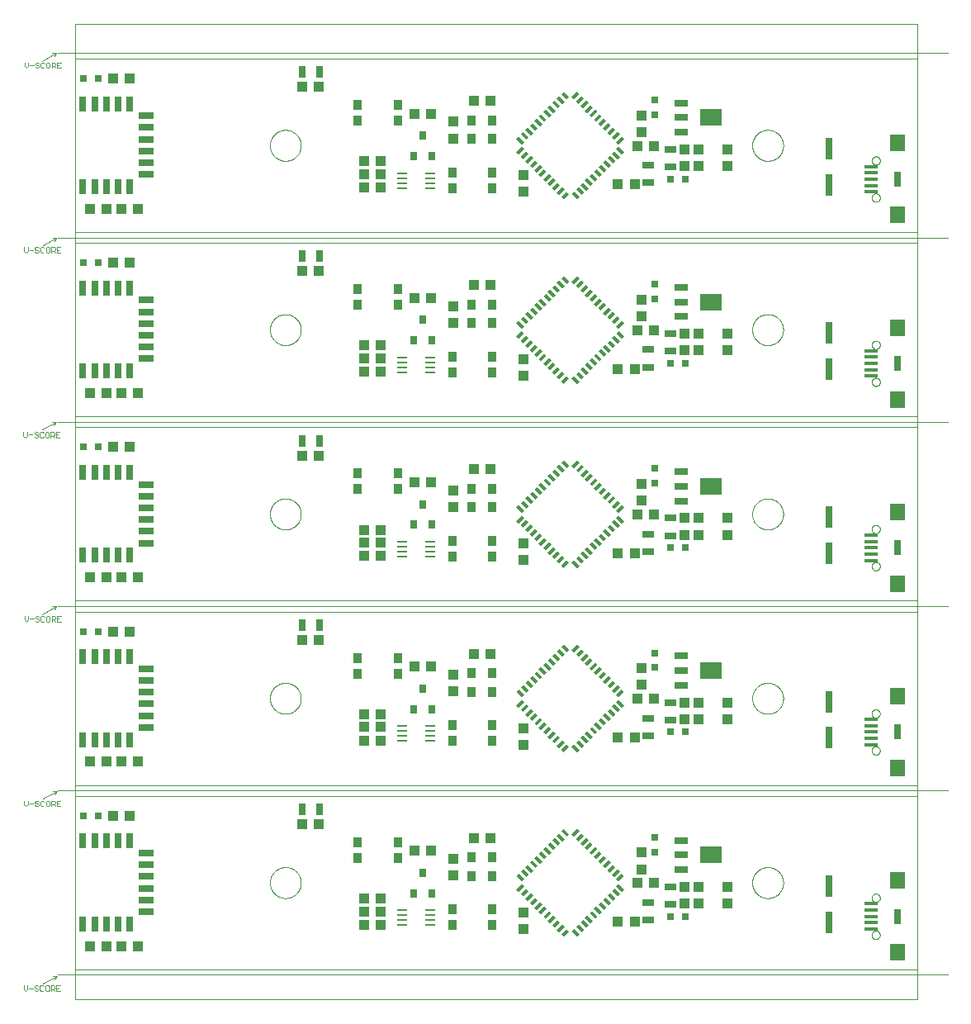
<source format=gtp>
G75*
%MOIN*%
%OFA0B0*%
%FSLAX25Y25*%
%IPPOS*%
%LPD*%
%AMOC8*
5,1,8,0,0,1.08239X$1,22.5*
%
%ADD10C,0.00000*%
%ADD11C,0.00200*%
%ADD12R,0.04331X0.03937*%
%ADD13R,0.03937X0.04331*%
%ADD14R,0.03150X0.03150*%
%ADD15R,0.04724X0.03150*%
%ADD16R,0.05512X0.03150*%
%ADD17R,0.08661X0.07087*%
%ADD18R,0.03150X0.01378*%
%ADD19R,0.04200X0.01000*%
%ADD20R,0.02559X0.08661*%
%ADD21R,0.02756X0.05906*%
%ADD22R,0.05906X0.02756*%
%ADD23R,0.05709X0.01575*%
%ADD24R,0.05906X0.07087*%
%ADD25R,0.03150X0.03543*%
%ADD26R,0.03150X0.04724*%
%ADD27R,0.03543X0.03937*%
D10*
X0011100Y0007400D02*
X0016600Y0010500D01*
X0015800Y0009200D01*
X0015100Y0010500D02*
X0016600Y0010500D01*
X0016900Y0011000D02*
X0376300Y0011000D01*
X0363900Y0013200D02*
X0023900Y0013200D01*
X0023900Y0083200D01*
X0363900Y0083200D01*
X0363900Y0013200D01*
X0363900Y0001000D02*
X0363900Y0394701D01*
X0023900Y0394701D01*
X0023900Y0001000D01*
X0363900Y0001000D01*
X0345566Y0027120D02*
X0345568Y0027201D01*
X0345574Y0027283D01*
X0345584Y0027364D01*
X0345598Y0027444D01*
X0345615Y0027523D01*
X0345637Y0027602D01*
X0345662Y0027679D01*
X0345691Y0027756D01*
X0345724Y0027830D01*
X0345761Y0027903D01*
X0345800Y0027974D01*
X0345844Y0028043D01*
X0345890Y0028110D01*
X0345940Y0028174D01*
X0345993Y0028236D01*
X0346049Y0028296D01*
X0346107Y0028352D01*
X0346169Y0028406D01*
X0346233Y0028457D01*
X0346299Y0028504D01*
X0346367Y0028548D01*
X0346438Y0028589D01*
X0346510Y0028626D01*
X0346585Y0028660D01*
X0346660Y0028690D01*
X0346738Y0028716D01*
X0346816Y0028739D01*
X0346895Y0028757D01*
X0346975Y0028772D01*
X0347056Y0028783D01*
X0347137Y0028790D01*
X0347219Y0028793D01*
X0347300Y0028792D01*
X0347381Y0028787D01*
X0347462Y0028778D01*
X0347543Y0028765D01*
X0347623Y0028748D01*
X0347701Y0028728D01*
X0347779Y0028703D01*
X0347856Y0028675D01*
X0347931Y0028643D01*
X0348004Y0028608D01*
X0348075Y0028569D01*
X0348145Y0028526D01*
X0348212Y0028481D01*
X0348278Y0028432D01*
X0348340Y0028380D01*
X0348400Y0028324D01*
X0348457Y0028266D01*
X0348512Y0028206D01*
X0348563Y0028142D01*
X0348611Y0028077D01*
X0348656Y0028009D01*
X0348698Y0027939D01*
X0348736Y0027867D01*
X0348771Y0027793D01*
X0348802Y0027718D01*
X0348829Y0027641D01*
X0348852Y0027563D01*
X0348872Y0027484D01*
X0348888Y0027404D01*
X0348900Y0027323D01*
X0348908Y0027242D01*
X0348912Y0027161D01*
X0348912Y0027079D01*
X0348908Y0026998D01*
X0348900Y0026917D01*
X0348888Y0026836D01*
X0348872Y0026756D01*
X0348852Y0026677D01*
X0348829Y0026599D01*
X0348802Y0026522D01*
X0348771Y0026447D01*
X0348736Y0026373D01*
X0348698Y0026301D01*
X0348656Y0026231D01*
X0348611Y0026163D01*
X0348563Y0026098D01*
X0348512Y0026034D01*
X0348457Y0025974D01*
X0348400Y0025916D01*
X0348340Y0025860D01*
X0348278Y0025808D01*
X0348212Y0025759D01*
X0348145Y0025714D01*
X0348076Y0025671D01*
X0348004Y0025632D01*
X0347931Y0025597D01*
X0347856Y0025565D01*
X0347779Y0025537D01*
X0347701Y0025512D01*
X0347623Y0025492D01*
X0347543Y0025475D01*
X0347462Y0025462D01*
X0347381Y0025453D01*
X0347300Y0025448D01*
X0347219Y0025447D01*
X0347137Y0025450D01*
X0347056Y0025457D01*
X0346975Y0025468D01*
X0346895Y0025483D01*
X0346816Y0025501D01*
X0346738Y0025524D01*
X0346660Y0025550D01*
X0346585Y0025580D01*
X0346510Y0025614D01*
X0346438Y0025651D01*
X0346367Y0025692D01*
X0346299Y0025736D01*
X0346233Y0025783D01*
X0346169Y0025834D01*
X0346107Y0025888D01*
X0346049Y0025944D01*
X0345993Y0026004D01*
X0345940Y0026066D01*
X0345890Y0026130D01*
X0345844Y0026197D01*
X0345800Y0026266D01*
X0345761Y0026337D01*
X0345724Y0026410D01*
X0345691Y0026484D01*
X0345662Y0026561D01*
X0345637Y0026638D01*
X0345615Y0026717D01*
X0345598Y0026796D01*
X0345584Y0026876D01*
X0345574Y0026957D01*
X0345568Y0027039D01*
X0345566Y0027120D01*
X0345566Y0042080D02*
X0345568Y0042161D01*
X0345574Y0042243D01*
X0345584Y0042324D01*
X0345598Y0042404D01*
X0345615Y0042483D01*
X0345637Y0042562D01*
X0345662Y0042639D01*
X0345691Y0042716D01*
X0345724Y0042790D01*
X0345761Y0042863D01*
X0345800Y0042934D01*
X0345844Y0043003D01*
X0345890Y0043070D01*
X0345940Y0043134D01*
X0345993Y0043196D01*
X0346049Y0043256D01*
X0346107Y0043312D01*
X0346169Y0043366D01*
X0346233Y0043417D01*
X0346299Y0043464D01*
X0346367Y0043508D01*
X0346438Y0043549D01*
X0346510Y0043586D01*
X0346585Y0043620D01*
X0346660Y0043650D01*
X0346738Y0043676D01*
X0346816Y0043699D01*
X0346895Y0043717D01*
X0346975Y0043732D01*
X0347056Y0043743D01*
X0347137Y0043750D01*
X0347219Y0043753D01*
X0347300Y0043752D01*
X0347381Y0043747D01*
X0347462Y0043738D01*
X0347543Y0043725D01*
X0347623Y0043708D01*
X0347701Y0043688D01*
X0347779Y0043663D01*
X0347856Y0043635D01*
X0347931Y0043603D01*
X0348004Y0043568D01*
X0348075Y0043529D01*
X0348145Y0043486D01*
X0348212Y0043441D01*
X0348278Y0043392D01*
X0348340Y0043340D01*
X0348400Y0043284D01*
X0348457Y0043226D01*
X0348512Y0043166D01*
X0348563Y0043102D01*
X0348611Y0043037D01*
X0348656Y0042969D01*
X0348698Y0042899D01*
X0348736Y0042827D01*
X0348771Y0042753D01*
X0348802Y0042678D01*
X0348829Y0042601D01*
X0348852Y0042523D01*
X0348872Y0042444D01*
X0348888Y0042364D01*
X0348900Y0042283D01*
X0348908Y0042202D01*
X0348912Y0042121D01*
X0348912Y0042039D01*
X0348908Y0041958D01*
X0348900Y0041877D01*
X0348888Y0041796D01*
X0348872Y0041716D01*
X0348852Y0041637D01*
X0348829Y0041559D01*
X0348802Y0041482D01*
X0348771Y0041407D01*
X0348736Y0041333D01*
X0348698Y0041261D01*
X0348656Y0041191D01*
X0348611Y0041123D01*
X0348563Y0041058D01*
X0348512Y0040994D01*
X0348457Y0040934D01*
X0348400Y0040876D01*
X0348340Y0040820D01*
X0348278Y0040768D01*
X0348212Y0040719D01*
X0348145Y0040674D01*
X0348076Y0040631D01*
X0348004Y0040592D01*
X0347931Y0040557D01*
X0347856Y0040525D01*
X0347779Y0040497D01*
X0347701Y0040472D01*
X0347623Y0040452D01*
X0347543Y0040435D01*
X0347462Y0040422D01*
X0347381Y0040413D01*
X0347300Y0040408D01*
X0347219Y0040407D01*
X0347137Y0040410D01*
X0347056Y0040417D01*
X0346975Y0040428D01*
X0346895Y0040443D01*
X0346816Y0040461D01*
X0346738Y0040484D01*
X0346660Y0040510D01*
X0346585Y0040540D01*
X0346510Y0040574D01*
X0346438Y0040611D01*
X0346367Y0040652D01*
X0346299Y0040696D01*
X0346233Y0040743D01*
X0346169Y0040794D01*
X0346107Y0040848D01*
X0346049Y0040904D01*
X0345993Y0040964D01*
X0345940Y0041026D01*
X0345890Y0041090D01*
X0345844Y0041157D01*
X0345800Y0041226D01*
X0345761Y0041297D01*
X0345724Y0041370D01*
X0345691Y0041444D01*
X0345662Y0041521D01*
X0345637Y0041598D01*
X0345615Y0041677D01*
X0345598Y0041756D01*
X0345584Y0041836D01*
X0345574Y0041917D01*
X0345568Y0041999D01*
X0345566Y0042080D01*
X0376300Y0085400D02*
X0016900Y0085400D01*
X0016600Y0085200D02*
X0015800Y0083900D01*
X0015100Y0085200D02*
X0016600Y0085200D01*
X0011100Y0082100D01*
X0023900Y0087600D02*
X0023900Y0157600D01*
X0363900Y0157600D01*
X0363900Y0087600D01*
X0023900Y0087600D01*
X0010800Y0156600D02*
X0016300Y0159700D01*
X0015500Y0158400D01*
X0014800Y0159700D02*
X0016300Y0159700D01*
X0016900Y0159800D02*
X0376300Y0159800D01*
X0363900Y0162000D02*
X0023900Y0162000D01*
X0023900Y0232000D01*
X0363900Y0232000D01*
X0363900Y0162000D01*
X0345566Y0175920D02*
X0345568Y0176001D01*
X0345574Y0176083D01*
X0345584Y0176164D01*
X0345598Y0176244D01*
X0345615Y0176323D01*
X0345637Y0176402D01*
X0345662Y0176479D01*
X0345691Y0176556D01*
X0345724Y0176630D01*
X0345761Y0176703D01*
X0345800Y0176774D01*
X0345844Y0176843D01*
X0345890Y0176910D01*
X0345940Y0176974D01*
X0345993Y0177036D01*
X0346049Y0177096D01*
X0346107Y0177152D01*
X0346169Y0177206D01*
X0346233Y0177257D01*
X0346299Y0177304D01*
X0346367Y0177348D01*
X0346438Y0177389D01*
X0346510Y0177426D01*
X0346585Y0177460D01*
X0346660Y0177490D01*
X0346738Y0177516D01*
X0346816Y0177539D01*
X0346895Y0177557D01*
X0346975Y0177572D01*
X0347056Y0177583D01*
X0347137Y0177590D01*
X0347219Y0177593D01*
X0347300Y0177592D01*
X0347381Y0177587D01*
X0347462Y0177578D01*
X0347543Y0177565D01*
X0347623Y0177548D01*
X0347701Y0177528D01*
X0347779Y0177503D01*
X0347856Y0177475D01*
X0347931Y0177443D01*
X0348004Y0177408D01*
X0348075Y0177369D01*
X0348145Y0177326D01*
X0348212Y0177281D01*
X0348278Y0177232D01*
X0348340Y0177180D01*
X0348400Y0177124D01*
X0348457Y0177066D01*
X0348512Y0177006D01*
X0348563Y0176942D01*
X0348611Y0176877D01*
X0348656Y0176809D01*
X0348698Y0176739D01*
X0348736Y0176667D01*
X0348771Y0176593D01*
X0348802Y0176518D01*
X0348829Y0176441D01*
X0348852Y0176363D01*
X0348872Y0176284D01*
X0348888Y0176204D01*
X0348900Y0176123D01*
X0348908Y0176042D01*
X0348912Y0175961D01*
X0348912Y0175879D01*
X0348908Y0175798D01*
X0348900Y0175717D01*
X0348888Y0175636D01*
X0348872Y0175556D01*
X0348852Y0175477D01*
X0348829Y0175399D01*
X0348802Y0175322D01*
X0348771Y0175247D01*
X0348736Y0175173D01*
X0348698Y0175101D01*
X0348656Y0175031D01*
X0348611Y0174963D01*
X0348563Y0174898D01*
X0348512Y0174834D01*
X0348457Y0174774D01*
X0348400Y0174716D01*
X0348340Y0174660D01*
X0348278Y0174608D01*
X0348212Y0174559D01*
X0348145Y0174514D01*
X0348076Y0174471D01*
X0348004Y0174432D01*
X0347931Y0174397D01*
X0347856Y0174365D01*
X0347779Y0174337D01*
X0347701Y0174312D01*
X0347623Y0174292D01*
X0347543Y0174275D01*
X0347462Y0174262D01*
X0347381Y0174253D01*
X0347300Y0174248D01*
X0347219Y0174247D01*
X0347137Y0174250D01*
X0347056Y0174257D01*
X0346975Y0174268D01*
X0346895Y0174283D01*
X0346816Y0174301D01*
X0346738Y0174324D01*
X0346660Y0174350D01*
X0346585Y0174380D01*
X0346510Y0174414D01*
X0346438Y0174451D01*
X0346367Y0174492D01*
X0346299Y0174536D01*
X0346233Y0174583D01*
X0346169Y0174634D01*
X0346107Y0174688D01*
X0346049Y0174744D01*
X0345993Y0174804D01*
X0345940Y0174866D01*
X0345890Y0174930D01*
X0345844Y0174997D01*
X0345800Y0175066D01*
X0345761Y0175137D01*
X0345724Y0175210D01*
X0345691Y0175284D01*
X0345662Y0175361D01*
X0345637Y0175438D01*
X0345615Y0175517D01*
X0345598Y0175596D01*
X0345584Y0175676D01*
X0345574Y0175757D01*
X0345568Y0175839D01*
X0345566Y0175920D01*
X0345566Y0190880D02*
X0345568Y0190961D01*
X0345574Y0191043D01*
X0345584Y0191124D01*
X0345598Y0191204D01*
X0345615Y0191283D01*
X0345637Y0191362D01*
X0345662Y0191439D01*
X0345691Y0191516D01*
X0345724Y0191590D01*
X0345761Y0191663D01*
X0345800Y0191734D01*
X0345844Y0191803D01*
X0345890Y0191870D01*
X0345940Y0191934D01*
X0345993Y0191996D01*
X0346049Y0192056D01*
X0346107Y0192112D01*
X0346169Y0192166D01*
X0346233Y0192217D01*
X0346299Y0192264D01*
X0346367Y0192308D01*
X0346438Y0192349D01*
X0346510Y0192386D01*
X0346585Y0192420D01*
X0346660Y0192450D01*
X0346738Y0192476D01*
X0346816Y0192499D01*
X0346895Y0192517D01*
X0346975Y0192532D01*
X0347056Y0192543D01*
X0347137Y0192550D01*
X0347219Y0192553D01*
X0347300Y0192552D01*
X0347381Y0192547D01*
X0347462Y0192538D01*
X0347543Y0192525D01*
X0347623Y0192508D01*
X0347701Y0192488D01*
X0347779Y0192463D01*
X0347856Y0192435D01*
X0347931Y0192403D01*
X0348004Y0192368D01*
X0348075Y0192329D01*
X0348145Y0192286D01*
X0348212Y0192241D01*
X0348278Y0192192D01*
X0348340Y0192140D01*
X0348400Y0192084D01*
X0348457Y0192026D01*
X0348512Y0191966D01*
X0348563Y0191902D01*
X0348611Y0191837D01*
X0348656Y0191769D01*
X0348698Y0191699D01*
X0348736Y0191627D01*
X0348771Y0191553D01*
X0348802Y0191478D01*
X0348829Y0191401D01*
X0348852Y0191323D01*
X0348872Y0191244D01*
X0348888Y0191164D01*
X0348900Y0191083D01*
X0348908Y0191002D01*
X0348912Y0190921D01*
X0348912Y0190839D01*
X0348908Y0190758D01*
X0348900Y0190677D01*
X0348888Y0190596D01*
X0348872Y0190516D01*
X0348852Y0190437D01*
X0348829Y0190359D01*
X0348802Y0190282D01*
X0348771Y0190207D01*
X0348736Y0190133D01*
X0348698Y0190061D01*
X0348656Y0189991D01*
X0348611Y0189923D01*
X0348563Y0189858D01*
X0348512Y0189794D01*
X0348457Y0189734D01*
X0348400Y0189676D01*
X0348340Y0189620D01*
X0348278Y0189568D01*
X0348212Y0189519D01*
X0348145Y0189474D01*
X0348076Y0189431D01*
X0348004Y0189392D01*
X0347931Y0189357D01*
X0347856Y0189325D01*
X0347779Y0189297D01*
X0347701Y0189272D01*
X0347623Y0189252D01*
X0347543Y0189235D01*
X0347462Y0189222D01*
X0347381Y0189213D01*
X0347300Y0189208D01*
X0347219Y0189207D01*
X0347137Y0189210D01*
X0347056Y0189217D01*
X0346975Y0189228D01*
X0346895Y0189243D01*
X0346816Y0189261D01*
X0346738Y0189284D01*
X0346660Y0189310D01*
X0346585Y0189340D01*
X0346510Y0189374D01*
X0346438Y0189411D01*
X0346367Y0189452D01*
X0346299Y0189496D01*
X0346233Y0189543D01*
X0346169Y0189594D01*
X0346107Y0189648D01*
X0346049Y0189704D01*
X0345993Y0189764D01*
X0345940Y0189826D01*
X0345890Y0189890D01*
X0345844Y0189957D01*
X0345800Y0190026D01*
X0345761Y0190097D01*
X0345724Y0190170D01*
X0345691Y0190244D01*
X0345662Y0190321D01*
X0345637Y0190398D01*
X0345615Y0190477D01*
X0345598Y0190556D01*
X0345584Y0190636D01*
X0345574Y0190717D01*
X0345568Y0190799D01*
X0345566Y0190880D01*
X0297350Y0197000D02*
X0297352Y0197158D01*
X0297358Y0197315D01*
X0297368Y0197473D01*
X0297382Y0197630D01*
X0297400Y0197786D01*
X0297421Y0197943D01*
X0297447Y0198098D01*
X0297477Y0198253D01*
X0297510Y0198407D01*
X0297548Y0198560D01*
X0297589Y0198713D01*
X0297634Y0198864D01*
X0297683Y0199014D01*
X0297736Y0199162D01*
X0297792Y0199310D01*
X0297853Y0199455D01*
X0297916Y0199600D01*
X0297984Y0199742D01*
X0298055Y0199883D01*
X0298129Y0200022D01*
X0298207Y0200159D01*
X0298289Y0200294D01*
X0298373Y0200427D01*
X0298462Y0200558D01*
X0298553Y0200686D01*
X0298648Y0200813D01*
X0298745Y0200936D01*
X0298846Y0201058D01*
X0298950Y0201176D01*
X0299057Y0201292D01*
X0299167Y0201405D01*
X0299279Y0201516D01*
X0299395Y0201623D01*
X0299513Y0201728D01*
X0299633Y0201830D01*
X0299756Y0201928D01*
X0299882Y0202024D01*
X0300010Y0202116D01*
X0300140Y0202205D01*
X0300272Y0202291D01*
X0300407Y0202373D01*
X0300544Y0202452D01*
X0300682Y0202527D01*
X0300822Y0202599D01*
X0300965Y0202667D01*
X0301108Y0202732D01*
X0301254Y0202793D01*
X0301401Y0202850D01*
X0301549Y0202904D01*
X0301699Y0202954D01*
X0301849Y0203000D01*
X0302001Y0203042D01*
X0302154Y0203081D01*
X0302308Y0203115D01*
X0302463Y0203146D01*
X0302618Y0203172D01*
X0302774Y0203195D01*
X0302931Y0203214D01*
X0303088Y0203229D01*
X0303245Y0203240D01*
X0303403Y0203247D01*
X0303561Y0203250D01*
X0303718Y0203249D01*
X0303876Y0203244D01*
X0304033Y0203235D01*
X0304191Y0203222D01*
X0304347Y0203205D01*
X0304504Y0203184D01*
X0304659Y0203160D01*
X0304814Y0203131D01*
X0304969Y0203098D01*
X0305122Y0203062D01*
X0305275Y0203021D01*
X0305426Y0202977D01*
X0305576Y0202929D01*
X0305725Y0202878D01*
X0305873Y0202822D01*
X0306019Y0202763D01*
X0306164Y0202700D01*
X0306307Y0202633D01*
X0306448Y0202563D01*
X0306587Y0202490D01*
X0306725Y0202413D01*
X0306861Y0202332D01*
X0306994Y0202248D01*
X0307125Y0202161D01*
X0307254Y0202070D01*
X0307381Y0201976D01*
X0307506Y0201879D01*
X0307627Y0201779D01*
X0307747Y0201676D01*
X0307863Y0201570D01*
X0307977Y0201461D01*
X0308089Y0201349D01*
X0308197Y0201235D01*
X0308302Y0201117D01*
X0308405Y0200997D01*
X0308504Y0200875D01*
X0308600Y0200750D01*
X0308693Y0200622D01*
X0308783Y0200493D01*
X0308869Y0200361D01*
X0308953Y0200227D01*
X0309032Y0200091D01*
X0309109Y0199953D01*
X0309181Y0199813D01*
X0309250Y0199671D01*
X0309316Y0199528D01*
X0309378Y0199383D01*
X0309436Y0199236D01*
X0309491Y0199088D01*
X0309542Y0198939D01*
X0309589Y0198788D01*
X0309632Y0198637D01*
X0309671Y0198484D01*
X0309707Y0198330D01*
X0309738Y0198176D01*
X0309766Y0198021D01*
X0309790Y0197865D01*
X0309810Y0197708D01*
X0309826Y0197551D01*
X0309838Y0197394D01*
X0309846Y0197237D01*
X0309850Y0197079D01*
X0309850Y0196921D01*
X0309846Y0196763D01*
X0309838Y0196606D01*
X0309826Y0196449D01*
X0309810Y0196292D01*
X0309790Y0196135D01*
X0309766Y0195979D01*
X0309738Y0195824D01*
X0309707Y0195670D01*
X0309671Y0195516D01*
X0309632Y0195363D01*
X0309589Y0195212D01*
X0309542Y0195061D01*
X0309491Y0194912D01*
X0309436Y0194764D01*
X0309378Y0194617D01*
X0309316Y0194472D01*
X0309250Y0194329D01*
X0309181Y0194187D01*
X0309109Y0194047D01*
X0309032Y0193909D01*
X0308953Y0193773D01*
X0308869Y0193639D01*
X0308783Y0193507D01*
X0308693Y0193378D01*
X0308600Y0193250D01*
X0308504Y0193125D01*
X0308405Y0193003D01*
X0308302Y0192883D01*
X0308197Y0192765D01*
X0308089Y0192651D01*
X0307977Y0192539D01*
X0307863Y0192430D01*
X0307747Y0192324D01*
X0307627Y0192221D01*
X0307506Y0192121D01*
X0307381Y0192024D01*
X0307254Y0191930D01*
X0307125Y0191839D01*
X0306994Y0191752D01*
X0306861Y0191668D01*
X0306725Y0191587D01*
X0306587Y0191510D01*
X0306448Y0191437D01*
X0306307Y0191367D01*
X0306164Y0191300D01*
X0306019Y0191237D01*
X0305873Y0191178D01*
X0305725Y0191122D01*
X0305576Y0191071D01*
X0305426Y0191023D01*
X0305275Y0190979D01*
X0305122Y0190938D01*
X0304969Y0190902D01*
X0304814Y0190869D01*
X0304659Y0190840D01*
X0304504Y0190816D01*
X0304347Y0190795D01*
X0304191Y0190778D01*
X0304033Y0190765D01*
X0303876Y0190756D01*
X0303718Y0190751D01*
X0303561Y0190750D01*
X0303403Y0190753D01*
X0303245Y0190760D01*
X0303088Y0190771D01*
X0302931Y0190786D01*
X0302774Y0190805D01*
X0302618Y0190828D01*
X0302463Y0190854D01*
X0302308Y0190885D01*
X0302154Y0190919D01*
X0302001Y0190958D01*
X0301849Y0191000D01*
X0301699Y0191046D01*
X0301549Y0191096D01*
X0301401Y0191150D01*
X0301254Y0191207D01*
X0301108Y0191268D01*
X0300965Y0191333D01*
X0300822Y0191401D01*
X0300682Y0191473D01*
X0300544Y0191548D01*
X0300407Y0191627D01*
X0300272Y0191709D01*
X0300140Y0191795D01*
X0300010Y0191884D01*
X0299882Y0191976D01*
X0299756Y0192072D01*
X0299633Y0192170D01*
X0299513Y0192272D01*
X0299395Y0192377D01*
X0299279Y0192484D01*
X0299167Y0192595D01*
X0299057Y0192708D01*
X0298950Y0192824D01*
X0298846Y0192942D01*
X0298745Y0193064D01*
X0298648Y0193187D01*
X0298553Y0193314D01*
X0298462Y0193442D01*
X0298373Y0193573D01*
X0298289Y0193706D01*
X0298207Y0193841D01*
X0298129Y0193978D01*
X0298055Y0194117D01*
X0297984Y0194258D01*
X0297916Y0194400D01*
X0297853Y0194545D01*
X0297792Y0194690D01*
X0297736Y0194838D01*
X0297683Y0194986D01*
X0297634Y0195136D01*
X0297589Y0195287D01*
X0297548Y0195440D01*
X0297510Y0195593D01*
X0297477Y0195747D01*
X0297447Y0195902D01*
X0297421Y0196057D01*
X0297400Y0196214D01*
X0297382Y0196370D01*
X0297368Y0196527D01*
X0297358Y0196685D01*
X0297352Y0196842D01*
X0297350Y0197000D01*
X0345566Y0250320D02*
X0345568Y0250401D01*
X0345574Y0250483D01*
X0345584Y0250564D01*
X0345598Y0250644D01*
X0345615Y0250723D01*
X0345637Y0250802D01*
X0345662Y0250879D01*
X0345691Y0250956D01*
X0345724Y0251030D01*
X0345761Y0251103D01*
X0345800Y0251174D01*
X0345844Y0251243D01*
X0345890Y0251310D01*
X0345940Y0251374D01*
X0345993Y0251436D01*
X0346049Y0251496D01*
X0346107Y0251552D01*
X0346169Y0251606D01*
X0346233Y0251657D01*
X0346299Y0251704D01*
X0346367Y0251748D01*
X0346438Y0251789D01*
X0346510Y0251826D01*
X0346585Y0251860D01*
X0346660Y0251890D01*
X0346738Y0251916D01*
X0346816Y0251939D01*
X0346895Y0251957D01*
X0346975Y0251972D01*
X0347056Y0251983D01*
X0347137Y0251990D01*
X0347219Y0251993D01*
X0347300Y0251992D01*
X0347381Y0251987D01*
X0347462Y0251978D01*
X0347543Y0251965D01*
X0347623Y0251948D01*
X0347701Y0251928D01*
X0347779Y0251903D01*
X0347856Y0251875D01*
X0347931Y0251843D01*
X0348004Y0251808D01*
X0348075Y0251769D01*
X0348145Y0251726D01*
X0348212Y0251681D01*
X0348278Y0251632D01*
X0348340Y0251580D01*
X0348400Y0251524D01*
X0348457Y0251466D01*
X0348512Y0251406D01*
X0348563Y0251342D01*
X0348611Y0251277D01*
X0348656Y0251209D01*
X0348698Y0251139D01*
X0348736Y0251067D01*
X0348771Y0250993D01*
X0348802Y0250918D01*
X0348829Y0250841D01*
X0348852Y0250763D01*
X0348872Y0250684D01*
X0348888Y0250604D01*
X0348900Y0250523D01*
X0348908Y0250442D01*
X0348912Y0250361D01*
X0348912Y0250279D01*
X0348908Y0250198D01*
X0348900Y0250117D01*
X0348888Y0250036D01*
X0348872Y0249956D01*
X0348852Y0249877D01*
X0348829Y0249799D01*
X0348802Y0249722D01*
X0348771Y0249647D01*
X0348736Y0249573D01*
X0348698Y0249501D01*
X0348656Y0249431D01*
X0348611Y0249363D01*
X0348563Y0249298D01*
X0348512Y0249234D01*
X0348457Y0249174D01*
X0348400Y0249116D01*
X0348340Y0249060D01*
X0348278Y0249008D01*
X0348212Y0248959D01*
X0348145Y0248914D01*
X0348076Y0248871D01*
X0348004Y0248832D01*
X0347931Y0248797D01*
X0347856Y0248765D01*
X0347779Y0248737D01*
X0347701Y0248712D01*
X0347623Y0248692D01*
X0347543Y0248675D01*
X0347462Y0248662D01*
X0347381Y0248653D01*
X0347300Y0248648D01*
X0347219Y0248647D01*
X0347137Y0248650D01*
X0347056Y0248657D01*
X0346975Y0248668D01*
X0346895Y0248683D01*
X0346816Y0248701D01*
X0346738Y0248724D01*
X0346660Y0248750D01*
X0346585Y0248780D01*
X0346510Y0248814D01*
X0346438Y0248851D01*
X0346367Y0248892D01*
X0346299Y0248936D01*
X0346233Y0248983D01*
X0346169Y0249034D01*
X0346107Y0249088D01*
X0346049Y0249144D01*
X0345993Y0249204D01*
X0345940Y0249266D01*
X0345890Y0249330D01*
X0345844Y0249397D01*
X0345800Y0249466D01*
X0345761Y0249537D01*
X0345724Y0249610D01*
X0345691Y0249684D01*
X0345662Y0249761D01*
X0345637Y0249838D01*
X0345615Y0249917D01*
X0345598Y0249996D01*
X0345584Y0250076D01*
X0345574Y0250157D01*
X0345568Y0250239D01*
X0345566Y0250320D01*
X0345566Y0265280D02*
X0345568Y0265361D01*
X0345574Y0265443D01*
X0345584Y0265524D01*
X0345598Y0265604D01*
X0345615Y0265683D01*
X0345637Y0265762D01*
X0345662Y0265839D01*
X0345691Y0265916D01*
X0345724Y0265990D01*
X0345761Y0266063D01*
X0345800Y0266134D01*
X0345844Y0266203D01*
X0345890Y0266270D01*
X0345940Y0266334D01*
X0345993Y0266396D01*
X0346049Y0266456D01*
X0346107Y0266512D01*
X0346169Y0266566D01*
X0346233Y0266617D01*
X0346299Y0266664D01*
X0346367Y0266708D01*
X0346438Y0266749D01*
X0346510Y0266786D01*
X0346585Y0266820D01*
X0346660Y0266850D01*
X0346738Y0266876D01*
X0346816Y0266899D01*
X0346895Y0266917D01*
X0346975Y0266932D01*
X0347056Y0266943D01*
X0347137Y0266950D01*
X0347219Y0266953D01*
X0347300Y0266952D01*
X0347381Y0266947D01*
X0347462Y0266938D01*
X0347543Y0266925D01*
X0347623Y0266908D01*
X0347701Y0266888D01*
X0347779Y0266863D01*
X0347856Y0266835D01*
X0347931Y0266803D01*
X0348004Y0266768D01*
X0348075Y0266729D01*
X0348145Y0266686D01*
X0348212Y0266641D01*
X0348278Y0266592D01*
X0348340Y0266540D01*
X0348400Y0266484D01*
X0348457Y0266426D01*
X0348512Y0266366D01*
X0348563Y0266302D01*
X0348611Y0266237D01*
X0348656Y0266169D01*
X0348698Y0266099D01*
X0348736Y0266027D01*
X0348771Y0265953D01*
X0348802Y0265878D01*
X0348829Y0265801D01*
X0348852Y0265723D01*
X0348872Y0265644D01*
X0348888Y0265564D01*
X0348900Y0265483D01*
X0348908Y0265402D01*
X0348912Y0265321D01*
X0348912Y0265239D01*
X0348908Y0265158D01*
X0348900Y0265077D01*
X0348888Y0264996D01*
X0348872Y0264916D01*
X0348852Y0264837D01*
X0348829Y0264759D01*
X0348802Y0264682D01*
X0348771Y0264607D01*
X0348736Y0264533D01*
X0348698Y0264461D01*
X0348656Y0264391D01*
X0348611Y0264323D01*
X0348563Y0264258D01*
X0348512Y0264194D01*
X0348457Y0264134D01*
X0348400Y0264076D01*
X0348340Y0264020D01*
X0348278Y0263968D01*
X0348212Y0263919D01*
X0348145Y0263874D01*
X0348076Y0263831D01*
X0348004Y0263792D01*
X0347931Y0263757D01*
X0347856Y0263725D01*
X0347779Y0263697D01*
X0347701Y0263672D01*
X0347623Y0263652D01*
X0347543Y0263635D01*
X0347462Y0263622D01*
X0347381Y0263613D01*
X0347300Y0263608D01*
X0347219Y0263607D01*
X0347137Y0263610D01*
X0347056Y0263617D01*
X0346975Y0263628D01*
X0346895Y0263643D01*
X0346816Y0263661D01*
X0346738Y0263684D01*
X0346660Y0263710D01*
X0346585Y0263740D01*
X0346510Y0263774D01*
X0346438Y0263811D01*
X0346367Y0263852D01*
X0346299Y0263896D01*
X0346233Y0263943D01*
X0346169Y0263994D01*
X0346107Y0264048D01*
X0346049Y0264104D01*
X0345993Y0264164D01*
X0345940Y0264226D01*
X0345890Y0264290D01*
X0345844Y0264357D01*
X0345800Y0264426D01*
X0345761Y0264497D01*
X0345724Y0264570D01*
X0345691Y0264644D01*
X0345662Y0264721D01*
X0345637Y0264798D01*
X0345615Y0264877D01*
X0345598Y0264956D01*
X0345584Y0265036D01*
X0345574Y0265117D01*
X0345568Y0265199D01*
X0345566Y0265280D01*
X0363900Y0236400D02*
X0023900Y0236400D01*
X0023900Y0306400D01*
X0363900Y0306400D01*
X0363900Y0236400D01*
X0376300Y0234200D02*
X0016900Y0234200D01*
X0016200Y0234100D02*
X0015400Y0232800D01*
X0014700Y0234100D02*
X0016200Y0234100D01*
X0010700Y0231000D01*
X0010900Y0305400D02*
X0016400Y0308500D01*
X0015600Y0307200D01*
X0014900Y0308500D02*
X0016400Y0308500D01*
X0016900Y0308600D02*
X0376300Y0308600D01*
X0363900Y0310800D02*
X0023900Y0310800D01*
X0023900Y0380800D01*
X0363900Y0380800D01*
X0363900Y0310800D01*
X0345566Y0324720D02*
X0345568Y0324801D01*
X0345574Y0324883D01*
X0345584Y0324964D01*
X0345598Y0325044D01*
X0345615Y0325123D01*
X0345637Y0325202D01*
X0345662Y0325279D01*
X0345691Y0325356D01*
X0345724Y0325430D01*
X0345761Y0325503D01*
X0345800Y0325574D01*
X0345844Y0325643D01*
X0345890Y0325710D01*
X0345940Y0325774D01*
X0345993Y0325836D01*
X0346049Y0325896D01*
X0346107Y0325952D01*
X0346169Y0326006D01*
X0346233Y0326057D01*
X0346299Y0326104D01*
X0346367Y0326148D01*
X0346438Y0326189D01*
X0346510Y0326226D01*
X0346585Y0326260D01*
X0346660Y0326290D01*
X0346738Y0326316D01*
X0346816Y0326339D01*
X0346895Y0326357D01*
X0346975Y0326372D01*
X0347056Y0326383D01*
X0347137Y0326390D01*
X0347219Y0326393D01*
X0347300Y0326392D01*
X0347381Y0326387D01*
X0347462Y0326378D01*
X0347543Y0326365D01*
X0347623Y0326348D01*
X0347701Y0326328D01*
X0347779Y0326303D01*
X0347856Y0326275D01*
X0347931Y0326243D01*
X0348004Y0326208D01*
X0348075Y0326169D01*
X0348145Y0326126D01*
X0348212Y0326081D01*
X0348278Y0326032D01*
X0348340Y0325980D01*
X0348400Y0325924D01*
X0348457Y0325866D01*
X0348512Y0325806D01*
X0348563Y0325742D01*
X0348611Y0325677D01*
X0348656Y0325609D01*
X0348698Y0325539D01*
X0348736Y0325467D01*
X0348771Y0325393D01*
X0348802Y0325318D01*
X0348829Y0325241D01*
X0348852Y0325163D01*
X0348872Y0325084D01*
X0348888Y0325004D01*
X0348900Y0324923D01*
X0348908Y0324842D01*
X0348912Y0324761D01*
X0348912Y0324679D01*
X0348908Y0324598D01*
X0348900Y0324517D01*
X0348888Y0324436D01*
X0348872Y0324356D01*
X0348852Y0324277D01*
X0348829Y0324199D01*
X0348802Y0324122D01*
X0348771Y0324047D01*
X0348736Y0323973D01*
X0348698Y0323901D01*
X0348656Y0323831D01*
X0348611Y0323763D01*
X0348563Y0323698D01*
X0348512Y0323634D01*
X0348457Y0323574D01*
X0348400Y0323516D01*
X0348340Y0323460D01*
X0348278Y0323408D01*
X0348212Y0323359D01*
X0348145Y0323314D01*
X0348076Y0323271D01*
X0348004Y0323232D01*
X0347931Y0323197D01*
X0347856Y0323165D01*
X0347779Y0323137D01*
X0347701Y0323112D01*
X0347623Y0323092D01*
X0347543Y0323075D01*
X0347462Y0323062D01*
X0347381Y0323053D01*
X0347300Y0323048D01*
X0347219Y0323047D01*
X0347137Y0323050D01*
X0347056Y0323057D01*
X0346975Y0323068D01*
X0346895Y0323083D01*
X0346816Y0323101D01*
X0346738Y0323124D01*
X0346660Y0323150D01*
X0346585Y0323180D01*
X0346510Y0323214D01*
X0346438Y0323251D01*
X0346367Y0323292D01*
X0346299Y0323336D01*
X0346233Y0323383D01*
X0346169Y0323434D01*
X0346107Y0323488D01*
X0346049Y0323544D01*
X0345993Y0323604D01*
X0345940Y0323666D01*
X0345890Y0323730D01*
X0345844Y0323797D01*
X0345800Y0323866D01*
X0345761Y0323937D01*
X0345724Y0324010D01*
X0345691Y0324084D01*
X0345662Y0324161D01*
X0345637Y0324238D01*
X0345615Y0324317D01*
X0345598Y0324396D01*
X0345584Y0324476D01*
X0345574Y0324557D01*
X0345568Y0324639D01*
X0345566Y0324720D01*
X0345566Y0339680D02*
X0345568Y0339761D01*
X0345574Y0339843D01*
X0345584Y0339924D01*
X0345598Y0340004D01*
X0345615Y0340083D01*
X0345637Y0340162D01*
X0345662Y0340239D01*
X0345691Y0340316D01*
X0345724Y0340390D01*
X0345761Y0340463D01*
X0345800Y0340534D01*
X0345844Y0340603D01*
X0345890Y0340670D01*
X0345940Y0340734D01*
X0345993Y0340796D01*
X0346049Y0340856D01*
X0346107Y0340912D01*
X0346169Y0340966D01*
X0346233Y0341017D01*
X0346299Y0341064D01*
X0346367Y0341108D01*
X0346438Y0341149D01*
X0346510Y0341186D01*
X0346585Y0341220D01*
X0346660Y0341250D01*
X0346738Y0341276D01*
X0346816Y0341299D01*
X0346895Y0341317D01*
X0346975Y0341332D01*
X0347056Y0341343D01*
X0347137Y0341350D01*
X0347219Y0341353D01*
X0347300Y0341352D01*
X0347381Y0341347D01*
X0347462Y0341338D01*
X0347543Y0341325D01*
X0347623Y0341308D01*
X0347701Y0341288D01*
X0347779Y0341263D01*
X0347856Y0341235D01*
X0347931Y0341203D01*
X0348004Y0341168D01*
X0348075Y0341129D01*
X0348145Y0341086D01*
X0348212Y0341041D01*
X0348278Y0340992D01*
X0348340Y0340940D01*
X0348400Y0340884D01*
X0348457Y0340826D01*
X0348512Y0340766D01*
X0348563Y0340702D01*
X0348611Y0340637D01*
X0348656Y0340569D01*
X0348698Y0340499D01*
X0348736Y0340427D01*
X0348771Y0340353D01*
X0348802Y0340278D01*
X0348829Y0340201D01*
X0348852Y0340123D01*
X0348872Y0340044D01*
X0348888Y0339964D01*
X0348900Y0339883D01*
X0348908Y0339802D01*
X0348912Y0339721D01*
X0348912Y0339639D01*
X0348908Y0339558D01*
X0348900Y0339477D01*
X0348888Y0339396D01*
X0348872Y0339316D01*
X0348852Y0339237D01*
X0348829Y0339159D01*
X0348802Y0339082D01*
X0348771Y0339007D01*
X0348736Y0338933D01*
X0348698Y0338861D01*
X0348656Y0338791D01*
X0348611Y0338723D01*
X0348563Y0338658D01*
X0348512Y0338594D01*
X0348457Y0338534D01*
X0348400Y0338476D01*
X0348340Y0338420D01*
X0348278Y0338368D01*
X0348212Y0338319D01*
X0348145Y0338274D01*
X0348076Y0338231D01*
X0348004Y0338192D01*
X0347931Y0338157D01*
X0347856Y0338125D01*
X0347779Y0338097D01*
X0347701Y0338072D01*
X0347623Y0338052D01*
X0347543Y0338035D01*
X0347462Y0338022D01*
X0347381Y0338013D01*
X0347300Y0338008D01*
X0347219Y0338007D01*
X0347137Y0338010D01*
X0347056Y0338017D01*
X0346975Y0338028D01*
X0346895Y0338043D01*
X0346816Y0338061D01*
X0346738Y0338084D01*
X0346660Y0338110D01*
X0346585Y0338140D01*
X0346510Y0338174D01*
X0346438Y0338211D01*
X0346367Y0338252D01*
X0346299Y0338296D01*
X0346233Y0338343D01*
X0346169Y0338394D01*
X0346107Y0338448D01*
X0346049Y0338504D01*
X0345993Y0338564D01*
X0345940Y0338626D01*
X0345890Y0338690D01*
X0345844Y0338757D01*
X0345800Y0338826D01*
X0345761Y0338897D01*
X0345724Y0338970D01*
X0345691Y0339044D01*
X0345662Y0339121D01*
X0345637Y0339198D01*
X0345615Y0339277D01*
X0345598Y0339356D01*
X0345584Y0339436D01*
X0345574Y0339517D01*
X0345568Y0339599D01*
X0345566Y0339680D01*
X0376300Y0383000D02*
X0016900Y0383000D01*
X0016300Y0383000D02*
X0015500Y0381700D01*
X0014800Y0383000D02*
X0016300Y0383000D01*
X0010800Y0379900D01*
X0102650Y0345800D02*
X0102652Y0345958D01*
X0102658Y0346115D01*
X0102668Y0346273D01*
X0102682Y0346430D01*
X0102700Y0346586D01*
X0102721Y0346743D01*
X0102747Y0346898D01*
X0102777Y0347053D01*
X0102810Y0347207D01*
X0102848Y0347360D01*
X0102889Y0347513D01*
X0102934Y0347664D01*
X0102983Y0347814D01*
X0103036Y0347962D01*
X0103092Y0348110D01*
X0103153Y0348255D01*
X0103216Y0348400D01*
X0103284Y0348542D01*
X0103355Y0348683D01*
X0103429Y0348822D01*
X0103507Y0348959D01*
X0103589Y0349094D01*
X0103673Y0349227D01*
X0103762Y0349358D01*
X0103853Y0349486D01*
X0103948Y0349613D01*
X0104045Y0349736D01*
X0104146Y0349858D01*
X0104250Y0349976D01*
X0104357Y0350092D01*
X0104467Y0350205D01*
X0104579Y0350316D01*
X0104695Y0350423D01*
X0104813Y0350528D01*
X0104933Y0350630D01*
X0105056Y0350728D01*
X0105182Y0350824D01*
X0105310Y0350916D01*
X0105440Y0351005D01*
X0105572Y0351091D01*
X0105707Y0351173D01*
X0105844Y0351252D01*
X0105982Y0351327D01*
X0106122Y0351399D01*
X0106265Y0351467D01*
X0106408Y0351532D01*
X0106554Y0351593D01*
X0106701Y0351650D01*
X0106849Y0351704D01*
X0106999Y0351754D01*
X0107149Y0351800D01*
X0107301Y0351842D01*
X0107454Y0351881D01*
X0107608Y0351915D01*
X0107763Y0351946D01*
X0107918Y0351972D01*
X0108074Y0351995D01*
X0108231Y0352014D01*
X0108388Y0352029D01*
X0108545Y0352040D01*
X0108703Y0352047D01*
X0108861Y0352050D01*
X0109018Y0352049D01*
X0109176Y0352044D01*
X0109333Y0352035D01*
X0109491Y0352022D01*
X0109647Y0352005D01*
X0109804Y0351984D01*
X0109959Y0351960D01*
X0110114Y0351931D01*
X0110269Y0351898D01*
X0110422Y0351862D01*
X0110575Y0351821D01*
X0110726Y0351777D01*
X0110876Y0351729D01*
X0111025Y0351678D01*
X0111173Y0351622D01*
X0111319Y0351563D01*
X0111464Y0351500D01*
X0111607Y0351433D01*
X0111748Y0351363D01*
X0111887Y0351290D01*
X0112025Y0351213D01*
X0112161Y0351132D01*
X0112294Y0351048D01*
X0112425Y0350961D01*
X0112554Y0350870D01*
X0112681Y0350776D01*
X0112806Y0350679D01*
X0112927Y0350579D01*
X0113047Y0350476D01*
X0113163Y0350370D01*
X0113277Y0350261D01*
X0113389Y0350149D01*
X0113497Y0350035D01*
X0113602Y0349917D01*
X0113705Y0349797D01*
X0113804Y0349675D01*
X0113900Y0349550D01*
X0113993Y0349422D01*
X0114083Y0349293D01*
X0114169Y0349161D01*
X0114253Y0349027D01*
X0114332Y0348891D01*
X0114409Y0348753D01*
X0114481Y0348613D01*
X0114550Y0348471D01*
X0114616Y0348328D01*
X0114678Y0348183D01*
X0114736Y0348036D01*
X0114791Y0347888D01*
X0114842Y0347739D01*
X0114889Y0347588D01*
X0114932Y0347437D01*
X0114971Y0347284D01*
X0115007Y0347130D01*
X0115038Y0346976D01*
X0115066Y0346821D01*
X0115090Y0346665D01*
X0115110Y0346508D01*
X0115126Y0346351D01*
X0115138Y0346194D01*
X0115146Y0346037D01*
X0115150Y0345879D01*
X0115150Y0345721D01*
X0115146Y0345563D01*
X0115138Y0345406D01*
X0115126Y0345249D01*
X0115110Y0345092D01*
X0115090Y0344935D01*
X0115066Y0344779D01*
X0115038Y0344624D01*
X0115007Y0344470D01*
X0114971Y0344316D01*
X0114932Y0344163D01*
X0114889Y0344012D01*
X0114842Y0343861D01*
X0114791Y0343712D01*
X0114736Y0343564D01*
X0114678Y0343417D01*
X0114616Y0343272D01*
X0114550Y0343129D01*
X0114481Y0342987D01*
X0114409Y0342847D01*
X0114332Y0342709D01*
X0114253Y0342573D01*
X0114169Y0342439D01*
X0114083Y0342307D01*
X0113993Y0342178D01*
X0113900Y0342050D01*
X0113804Y0341925D01*
X0113705Y0341803D01*
X0113602Y0341683D01*
X0113497Y0341565D01*
X0113389Y0341451D01*
X0113277Y0341339D01*
X0113163Y0341230D01*
X0113047Y0341124D01*
X0112927Y0341021D01*
X0112806Y0340921D01*
X0112681Y0340824D01*
X0112554Y0340730D01*
X0112425Y0340639D01*
X0112294Y0340552D01*
X0112161Y0340468D01*
X0112025Y0340387D01*
X0111887Y0340310D01*
X0111748Y0340237D01*
X0111607Y0340167D01*
X0111464Y0340100D01*
X0111319Y0340037D01*
X0111173Y0339978D01*
X0111025Y0339922D01*
X0110876Y0339871D01*
X0110726Y0339823D01*
X0110575Y0339779D01*
X0110422Y0339738D01*
X0110269Y0339702D01*
X0110114Y0339669D01*
X0109959Y0339640D01*
X0109804Y0339616D01*
X0109647Y0339595D01*
X0109491Y0339578D01*
X0109333Y0339565D01*
X0109176Y0339556D01*
X0109018Y0339551D01*
X0108861Y0339550D01*
X0108703Y0339553D01*
X0108545Y0339560D01*
X0108388Y0339571D01*
X0108231Y0339586D01*
X0108074Y0339605D01*
X0107918Y0339628D01*
X0107763Y0339654D01*
X0107608Y0339685D01*
X0107454Y0339719D01*
X0107301Y0339758D01*
X0107149Y0339800D01*
X0106999Y0339846D01*
X0106849Y0339896D01*
X0106701Y0339950D01*
X0106554Y0340007D01*
X0106408Y0340068D01*
X0106265Y0340133D01*
X0106122Y0340201D01*
X0105982Y0340273D01*
X0105844Y0340348D01*
X0105707Y0340427D01*
X0105572Y0340509D01*
X0105440Y0340595D01*
X0105310Y0340684D01*
X0105182Y0340776D01*
X0105056Y0340872D01*
X0104933Y0340970D01*
X0104813Y0341072D01*
X0104695Y0341177D01*
X0104579Y0341284D01*
X0104467Y0341395D01*
X0104357Y0341508D01*
X0104250Y0341624D01*
X0104146Y0341742D01*
X0104045Y0341864D01*
X0103948Y0341987D01*
X0103853Y0342114D01*
X0103762Y0342242D01*
X0103673Y0342373D01*
X0103589Y0342506D01*
X0103507Y0342641D01*
X0103429Y0342778D01*
X0103355Y0342917D01*
X0103284Y0343058D01*
X0103216Y0343200D01*
X0103153Y0343345D01*
X0103092Y0343490D01*
X0103036Y0343638D01*
X0102983Y0343786D01*
X0102934Y0343936D01*
X0102889Y0344087D01*
X0102848Y0344240D01*
X0102810Y0344393D01*
X0102777Y0344547D01*
X0102747Y0344702D01*
X0102721Y0344857D01*
X0102700Y0345014D01*
X0102682Y0345170D01*
X0102668Y0345327D01*
X0102658Y0345485D01*
X0102652Y0345642D01*
X0102650Y0345800D01*
X0102650Y0271400D02*
X0102652Y0271558D01*
X0102658Y0271715D01*
X0102668Y0271873D01*
X0102682Y0272030D01*
X0102700Y0272186D01*
X0102721Y0272343D01*
X0102747Y0272498D01*
X0102777Y0272653D01*
X0102810Y0272807D01*
X0102848Y0272960D01*
X0102889Y0273113D01*
X0102934Y0273264D01*
X0102983Y0273414D01*
X0103036Y0273562D01*
X0103092Y0273710D01*
X0103153Y0273855D01*
X0103216Y0274000D01*
X0103284Y0274142D01*
X0103355Y0274283D01*
X0103429Y0274422D01*
X0103507Y0274559D01*
X0103589Y0274694D01*
X0103673Y0274827D01*
X0103762Y0274958D01*
X0103853Y0275086D01*
X0103948Y0275213D01*
X0104045Y0275336D01*
X0104146Y0275458D01*
X0104250Y0275576D01*
X0104357Y0275692D01*
X0104467Y0275805D01*
X0104579Y0275916D01*
X0104695Y0276023D01*
X0104813Y0276128D01*
X0104933Y0276230D01*
X0105056Y0276328D01*
X0105182Y0276424D01*
X0105310Y0276516D01*
X0105440Y0276605D01*
X0105572Y0276691D01*
X0105707Y0276773D01*
X0105844Y0276852D01*
X0105982Y0276927D01*
X0106122Y0276999D01*
X0106265Y0277067D01*
X0106408Y0277132D01*
X0106554Y0277193D01*
X0106701Y0277250D01*
X0106849Y0277304D01*
X0106999Y0277354D01*
X0107149Y0277400D01*
X0107301Y0277442D01*
X0107454Y0277481D01*
X0107608Y0277515D01*
X0107763Y0277546D01*
X0107918Y0277572D01*
X0108074Y0277595D01*
X0108231Y0277614D01*
X0108388Y0277629D01*
X0108545Y0277640D01*
X0108703Y0277647D01*
X0108861Y0277650D01*
X0109018Y0277649D01*
X0109176Y0277644D01*
X0109333Y0277635D01*
X0109491Y0277622D01*
X0109647Y0277605D01*
X0109804Y0277584D01*
X0109959Y0277560D01*
X0110114Y0277531D01*
X0110269Y0277498D01*
X0110422Y0277462D01*
X0110575Y0277421D01*
X0110726Y0277377D01*
X0110876Y0277329D01*
X0111025Y0277278D01*
X0111173Y0277222D01*
X0111319Y0277163D01*
X0111464Y0277100D01*
X0111607Y0277033D01*
X0111748Y0276963D01*
X0111887Y0276890D01*
X0112025Y0276813D01*
X0112161Y0276732D01*
X0112294Y0276648D01*
X0112425Y0276561D01*
X0112554Y0276470D01*
X0112681Y0276376D01*
X0112806Y0276279D01*
X0112927Y0276179D01*
X0113047Y0276076D01*
X0113163Y0275970D01*
X0113277Y0275861D01*
X0113389Y0275749D01*
X0113497Y0275635D01*
X0113602Y0275517D01*
X0113705Y0275397D01*
X0113804Y0275275D01*
X0113900Y0275150D01*
X0113993Y0275022D01*
X0114083Y0274893D01*
X0114169Y0274761D01*
X0114253Y0274627D01*
X0114332Y0274491D01*
X0114409Y0274353D01*
X0114481Y0274213D01*
X0114550Y0274071D01*
X0114616Y0273928D01*
X0114678Y0273783D01*
X0114736Y0273636D01*
X0114791Y0273488D01*
X0114842Y0273339D01*
X0114889Y0273188D01*
X0114932Y0273037D01*
X0114971Y0272884D01*
X0115007Y0272730D01*
X0115038Y0272576D01*
X0115066Y0272421D01*
X0115090Y0272265D01*
X0115110Y0272108D01*
X0115126Y0271951D01*
X0115138Y0271794D01*
X0115146Y0271637D01*
X0115150Y0271479D01*
X0115150Y0271321D01*
X0115146Y0271163D01*
X0115138Y0271006D01*
X0115126Y0270849D01*
X0115110Y0270692D01*
X0115090Y0270535D01*
X0115066Y0270379D01*
X0115038Y0270224D01*
X0115007Y0270070D01*
X0114971Y0269916D01*
X0114932Y0269763D01*
X0114889Y0269612D01*
X0114842Y0269461D01*
X0114791Y0269312D01*
X0114736Y0269164D01*
X0114678Y0269017D01*
X0114616Y0268872D01*
X0114550Y0268729D01*
X0114481Y0268587D01*
X0114409Y0268447D01*
X0114332Y0268309D01*
X0114253Y0268173D01*
X0114169Y0268039D01*
X0114083Y0267907D01*
X0113993Y0267778D01*
X0113900Y0267650D01*
X0113804Y0267525D01*
X0113705Y0267403D01*
X0113602Y0267283D01*
X0113497Y0267165D01*
X0113389Y0267051D01*
X0113277Y0266939D01*
X0113163Y0266830D01*
X0113047Y0266724D01*
X0112927Y0266621D01*
X0112806Y0266521D01*
X0112681Y0266424D01*
X0112554Y0266330D01*
X0112425Y0266239D01*
X0112294Y0266152D01*
X0112161Y0266068D01*
X0112025Y0265987D01*
X0111887Y0265910D01*
X0111748Y0265837D01*
X0111607Y0265767D01*
X0111464Y0265700D01*
X0111319Y0265637D01*
X0111173Y0265578D01*
X0111025Y0265522D01*
X0110876Y0265471D01*
X0110726Y0265423D01*
X0110575Y0265379D01*
X0110422Y0265338D01*
X0110269Y0265302D01*
X0110114Y0265269D01*
X0109959Y0265240D01*
X0109804Y0265216D01*
X0109647Y0265195D01*
X0109491Y0265178D01*
X0109333Y0265165D01*
X0109176Y0265156D01*
X0109018Y0265151D01*
X0108861Y0265150D01*
X0108703Y0265153D01*
X0108545Y0265160D01*
X0108388Y0265171D01*
X0108231Y0265186D01*
X0108074Y0265205D01*
X0107918Y0265228D01*
X0107763Y0265254D01*
X0107608Y0265285D01*
X0107454Y0265319D01*
X0107301Y0265358D01*
X0107149Y0265400D01*
X0106999Y0265446D01*
X0106849Y0265496D01*
X0106701Y0265550D01*
X0106554Y0265607D01*
X0106408Y0265668D01*
X0106265Y0265733D01*
X0106122Y0265801D01*
X0105982Y0265873D01*
X0105844Y0265948D01*
X0105707Y0266027D01*
X0105572Y0266109D01*
X0105440Y0266195D01*
X0105310Y0266284D01*
X0105182Y0266376D01*
X0105056Y0266472D01*
X0104933Y0266570D01*
X0104813Y0266672D01*
X0104695Y0266777D01*
X0104579Y0266884D01*
X0104467Y0266995D01*
X0104357Y0267108D01*
X0104250Y0267224D01*
X0104146Y0267342D01*
X0104045Y0267464D01*
X0103948Y0267587D01*
X0103853Y0267714D01*
X0103762Y0267842D01*
X0103673Y0267973D01*
X0103589Y0268106D01*
X0103507Y0268241D01*
X0103429Y0268378D01*
X0103355Y0268517D01*
X0103284Y0268658D01*
X0103216Y0268800D01*
X0103153Y0268945D01*
X0103092Y0269090D01*
X0103036Y0269238D01*
X0102983Y0269386D01*
X0102934Y0269536D01*
X0102889Y0269687D01*
X0102848Y0269840D01*
X0102810Y0269993D01*
X0102777Y0270147D01*
X0102747Y0270302D01*
X0102721Y0270457D01*
X0102700Y0270614D01*
X0102682Y0270770D01*
X0102668Y0270927D01*
X0102658Y0271085D01*
X0102652Y0271242D01*
X0102650Y0271400D01*
X0102650Y0197000D02*
X0102652Y0197158D01*
X0102658Y0197315D01*
X0102668Y0197473D01*
X0102682Y0197630D01*
X0102700Y0197786D01*
X0102721Y0197943D01*
X0102747Y0198098D01*
X0102777Y0198253D01*
X0102810Y0198407D01*
X0102848Y0198560D01*
X0102889Y0198713D01*
X0102934Y0198864D01*
X0102983Y0199014D01*
X0103036Y0199162D01*
X0103092Y0199310D01*
X0103153Y0199455D01*
X0103216Y0199600D01*
X0103284Y0199742D01*
X0103355Y0199883D01*
X0103429Y0200022D01*
X0103507Y0200159D01*
X0103589Y0200294D01*
X0103673Y0200427D01*
X0103762Y0200558D01*
X0103853Y0200686D01*
X0103948Y0200813D01*
X0104045Y0200936D01*
X0104146Y0201058D01*
X0104250Y0201176D01*
X0104357Y0201292D01*
X0104467Y0201405D01*
X0104579Y0201516D01*
X0104695Y0201623D01*
X0104813Y0201728D01*
X0104933Y0201830D01*
X0105056Y0201928D01*
X0105182Y0202024D01*
X0105310Y0202116D01*
X0105440Y0202205D01*
X0105572Y0202291D01*
X0105707Y0202373D01*
X0105844Y0202452D01*
X0105982Y0202527D01*
X0106122Y0202599D01*
X0106265Y0202667D01*
X0106408Y0202732D01*
X0106554Y0202793D01*
X0106701Y0202850D01*
X0106849Y0202904D01*
X0106999Y0202954D01*
X0107149Y0203000D01*
X0107301Y0203042D01*
X0107454Y0203081D01*
X0107608Y0203115D01*
X0107763Y0203146D01*
X0107918Y0203172D01*
X0108074Y0203195D01*
X0108231Y0203214D01*
X0108388Y0203229D01*
X0108545Y0203240D01*
X0108703Y0203247D01*
X0108861Y0203250D01*
X0109018Y0203249D01*
X0109176Y0203244D01*
X0109333Y0203235D01*
X0109491Y0203222D01*
X0109647Y0203205D01*
X0109804Y0203184D01*
X0109959Y0203160D01*
X0110114Y0203131D01*
X0110269Y0203098D01*
X0110422Y0203062D01*
X0110575Y0203021D01*
X0110726Y0202977D01*
X0110876Y0202929D01*
X0111025Y0202878D01*
X0111173Y0202822D01*
X0111319Y0202763D01*
X0111464Y0202700D01*
X0111607Y0202633D01*
X0111748Y0202563D01*
X0111887Y0202490D01*
X0112025Y0202413D01*
X0112161Y0202332D01*
X0112294Y0202248D01*
X0112425Y0202161D01*
X0112554Y0202070D01*
X0112681Y0201976D01*
X0112806Y0201879D01*
X0112927Y0201779D01*
X0113047Y0201676D01*
X0113163Y0201570D01*
X0113277Y0201461D01*
X0113389Y0201349D01*
X0113497Y0201235D01*
X0113602Y0201117D01*
X0113705Y0200997D01*
X0113804Y0200875D01*
X0113900Y0200750D01*
X0113993Y0200622D01*
X0114083Y0200493D01*
X0114169Y0200361D01*
X0114253Y0200227D01*
X0114332Y0200091D01*
X0114409Y0199953D01*
X0114481Y0199813D01*
X0114550Y0199671D01*
X0114616Y0199528D01*
X0114678Y0199383D01*
X0114736Y0199236D01*
X0114791Y0199088D01*
X0114842Y0198939D01*
X0114889Y0198788D01*
X0114932Y0198637D01*
X0114971Y0198484D01*
X0115007Y0198330D01*
X0115038Y0198176D01*
X0115066Y0198021D01*
X0115090Y0197865D01*
X0115110Y0197708D01*
X0115126Y0197551D01*
X0115138Y0197394D01*
X0115146Y0197237D01*
X0115150Y0197079D01*
X0115150Y0196921D01*
X0115146Y0196763D01*
X0115138Y0196606D01*
X0115126Y0196449D01*
X0115110Y0196292D01*
X0115090Y0196135D01*
X0115066Y0195979D01*
X0115038Y0195824D01*
X0115007Y0195670D01*
X0114971Y0195516D01*
X0114932Y0195363D01*
X0114889Y0195212D01*
X0114842Y0195061D01*
X0114791Y0194912D01*
X0114736Y0194764D01*
X0114678Y0194617D01*
X0114616Y0194472D01*
X0114550Y0194329D01*
X0114481Y0194187D01*
X0114409Y0194047D01*
X0114332Y0193909D01*
X0114253Y0193773D01*
X0114169Y0193639D01*
X0114083Y0193507D01*
X0113993Y0193378D01*
X0113900Y0193250D01*
X0113804Y0193125D01*
X0113705Y0193003D01*
X0113602Y0192883D01*
X0113497Y0192765D01*
X0113389Y0192651D01*
X0113277Y0192539D01*
X0113163Y0192430D01*
X0113047Y0192324D01*
X0112927Y0192221D01*
X0112806Y0192121D01*
X0112681Y0192024D01*
X0112554Y0191930D01*
X0112425Y0191839D01*
X0112294Y0191752D01*
X0112161Y0191668D01*
X0112025Y0191587D01*
X0111887Y0191510D01*
X0111748Y0191437D01*
X0111607Y0191367D01*
X0111464Y0191300D01*
X0111319Y0191237D01*
X0111173Y0191178D01*
X0111025Y0191122D01*
X0110876Y0191071D01*
X0110726Y0191023D01*
X0110575Y0190979D01*
X0110422Y0190938D01*
X0110269Y0190902D01*
X0110114Y0190869D01*
X0109959Y0190840D01*
X0109804Y0190816D01*
X0109647Y0190795D01*
X0109491Y0190778D01*
X0109333Y0190765D01*
X0109176Y0190756D01*
X0109018Y0190751D01*
X0108861Y0190750D01*
X0108703Y0190753D01*
X0108545Y0190760D01*
X0108388Y0190771D01*
X0108231Y0190786D01*
X0108074Y0190805D01*
X0107918Y0190828D01*
X0107763Y0190854D01*
X0107608Y0190885D01*
X0107454Y0190919D01*
X0107301Y0190958D01*
X0107149Y0191000D01*
X0106999Y0191046D01*
X0106849Y0191096D01*
X0106701Y0191150D01*
X0106554Y0191207D01*
X0106408Y0191268D01*
X0106265Y0191333D01*
X0106122Y0191401D01*
X0105982Y0191473D01*
X0105844Y0191548D01*
X0105707Y0191627D01*
X0105572Y0191709D01*
X0105440Y0191795D01*
X0105310Y0191884D01*
X0105182Y0191976D01*
X0105056Y0192072D01*
X0104933Y0192170D01*
X0104813Y0192272D01*
X0104695Y0192377D01*
X0104579Y0192484D01*
X0104467Y0192595D01*
X0104357Y0192708D01*
X0104250Y0192824D01*
X0104146Y0192942D01*
X0104045Y0193064D01*
X0103948Y0193187D01*
X0103853Y0193314D01*
X0103762Y0193442D01*
X0103673Y0193573D01*
X0103589Y0193706D01*
X0103507Y0193841D01*
X0103429Y0193978D01*
X0103355Y0194117D01*
X0103284Y0194258D01*
X0103216Y0194400D01*
X0103153Y0194545D01*
X0103092Y0194690D01*
X0103036Y0194838D01*
X0102983Y0194986D01*
X0102934Y0195136D01*
X0102889Y0195287D01*
X0102848Y0195440D01*
X0102810Y0195593D01*
X0102777Y0195747D01*
X0102747Y0195902D01*
X0102721Y0196057D01*
X0102700Y0196214D01*
X0102682Y0196370D01*
X0102668Y0196527D01*
X0102658Y0196685D01*
X0102652Y0196842D01*
X0102650Y0197000D01*
X0102650Y0122600D02*
X0102652Y0122758D01*
X0102658Y0122915D01*
X0102668Y0123073D01*
X0102682Y0123230D01*
X0102700Y0123386D01*
X0102721Y0123543D01*
X0102747Y0123698D01*
X0102777Y0123853D01*
X0102810Y0124007D01*
X0102848Y0124160D01*
X0102889Y0124313D01*
X0102934Y0124464D01*
X0102983Y0124614D01*
X0103036Y0124762D01*
X0103092Y0124910D01*
X0103153Y0125055D01*
X0103216Y0125200D01*
X0103284Y0125342D01*
X0103355Y0125483D01*
X0103429Y0125622D01*
X0103507Y0125759D01*
X0103589Y0125894D01*
X0103673Y0126027D01*
X0103762Y0126158D01*
X0103853Y0126286D01*
X0103948Y0126413D01*
X0104045Y0126536D01*
X0104146Y0126658D01*
X0104250Y0126776D01*
X0104357Y0126892D01*
X0104467Y0127005D01*
X0104579Y0127116D01*
X0104695Y0127223D01*
X0104813Y0127328D01*
X0104933Y0127430D01*
X0105056Y0127528D01*
X0105182Y0127624D01*
X0105310Y0127716D01*
X0105440Y0127805D01*
X0105572Y0127891D01*
X0105707Y0127973D01*
X0105844Y0128052D01*
X0105982Y0128127D01*
X0106122Y0128199D01*
X0106265Y0128267D01*
X0106408Y0128332D01*
X0106554Y0128393D01*
X0106701Y0128450D01*
X0106849Y0128504D01*
X0106999Y0128554D01*
X0107149Y0128600D01*
X0107301Y0128642D01*
X0107454Y0128681D01*
X0107608Y0128715D01*
X0107763Y0128746D01*
X0107918Y0128772D01*
X0108074Y0128795D01*
X0108231Y0128814D01*
X0108388Y0128829D01*
X0108545Y0128840D01*
X0108703Y0128847D01*
X0108861Y0128850D01*
X0109018Y0128849D01*
X0109176Y0128844D01*
X0109333Y0128835D01*
X0109491Y0128822D01*
X0109647Y0128805D01*
X0109804Y0128784D01*
X0109959Y0128760D01*
X0110114Y0128731D01*
X0110269Y0128698D01*
X0110422Y0128662D01*
X0110575Y0128621D01*
X0110726Y0128577D01*
X0110876Y0128529D01*
X0111025Y0128478D01*
X0111173Y0128422D01*
X0111319Y0128363D01*
X0111464Y0128300D01*
X0111607Y0128233D01*
X0111748Y0128163D01*
X0111887Y0128090D01*
X0112025Y0128013D01*
X0112161Y0127932D01*
X0112294Y0127848D01*
X0112425Y0127761D01*
X0112554Y0127670D01*
X0112681Y0127576D01*
X0112806Y0127479D01*
X0112927Y0127379D01*
X0113047Y0127276D01*
X0113163Y0127170D01*
X0113277Y0127061D01*
X0113389Y0126949D01*
X0113497Y0126835D01*
X0113602Y0126717D01*
X0113705Y0126597D01*
X0113804Y0126475D01*
X0113900Y0126350D01*
X0113993Y0126222D01*
X0114083Y0126093D01*
X0114169Y0125961D01*
X0114253Y0125827D01*
X0114332Y0125691D01*
X0114409Y0125553D01*
X0114481Y0125413D01*
X0114550Y0125271D01*
X0114616Y0125128D01*
X0114678Y0124983D01*
X0114736Y0124836D01*
X0114791Y0124688D01*
X0114842Y0124539D01*
X0114889Y0124388D01*
X0114932Y0124237D01*
X0114971Y0124084D01*
X0115007Y0123930D01*
X0115038Y0123776D01*
X0115066Y0123621D01*
X0115090Y0123465D01*
X0115110Y0123308D01*
X0115126Y0123151D01*
X0115138Y0122994D01*
X0115146Y0122837D01*
X0115150Y0122679D01*
X0115150Y0122521D01*
X0115146Y0122363D01*
X0115138Y0122206D01*
X0115126Y0122049D01*
X0115110Y0121892D01*
X0115090Y0121735D01*
X0115066Y0121579D01*
X0115038Y0121424D01*
X0115007Y0121270D01*
X0114971Y0121116D01*
X0114932Y0120963D01*
X0114889Y0120812D01*
X0114842Y0120661D01*
X0114791Y0120512D01*
X0114736Y0120364D01*
X0114678Y0120217D01*
X0114616Y0120072D01*
X0114550Y0119929D01*
X0114481Y0119787D01*
X0114409Y0119647D01*
X0114332Y0119509D01*
X0114253Y0119373D01*
X0114169Y0119239D01*
X0114083Y0119107D01*
X0113993Y0118978D01*
X0113900Y0118850D01*
X0113804Y0118725D01*
X0113705Y0118603D01*
X0113602Y0118483D01*
X0113497Y0118365D01*
X0113389Y0118251D01*
X0113277Y0118139D01*
X0113163Y0118030D01*
X0113047Y0117924D01*
X0112927Y0117821D01*
X0112806Y0117721D01*
X0112681Y0117624D01*
X0112554Y0117530D01*
X0112425Y0117439D01*
X0112294Y0117352D01*
X0112161Y0117268D01*
X0112025Y0117187D01*
X0111887Y0117110D01*
X0111748Y0117037D01*
X0111607Y0116967D01*
X0111464Y0116900D01*
X0111319Y0116837D01*
X0111173Y0116778D01*
X0111025Y0116722D01*
X0110876Y0116671D01*
X0110726Y0116623D01*
X0110575Y0116579D01*
X0110422Y0116538D01*
X0110269Y0116502D01*
X0110114Y0116469D01*
X0109959Y0116440D01*
X0109804Y0116416D01*
X0109647Y0116395D01*
X0109491Y0116378D01*
X0109333Y0116365D01*
X0109176Y0116356D01*
X0109018Y0116351D01*
X0108861Y0116350D01*
X0108703Y0116353D01*
X0108545Y0116360D01*
X0108388Y0116371D01*
X0108231Y0116386D01*
X0108074Y0116405D01*
X0107918Y0116428D01*
X0107763Y0116454D01*
X0107608Y0116485D01*
X0107454Y0116519D01*
X0107301Y0116558D01*
X0107149Y0116600D01*
X0106999Y0116646D01*
X0106849Y0116696D01*
X0106701Y0116750D01*
X0106554Y0116807D01*
X0106408Y0116868D01*
X0106265Y0116933D01*
X0106122Y0117001D01*
X0105982Y0117073D01*
X0105844Y0117148D01*
X0105707Y0117227D01*
X0105572Y0117309D01*
X0105440Y0117395D01*
X0105310Y0117484D01*
X0105182Y0117576D01*
X0105056Y0117672D01*
X0104933Y0117770D01*
X0104813Y0117872D01*
X0104695Y0117977D01*
X0104579Y0118084D01*
X0104467Y0118195D01*
X0104357Y0118308D01*
X0104250Y0118424D01*
X0104146Y0118542D01*
X0104045Y0118664D01*
X0103948Y0118787D01*
X0103853Y0118914D01*
X0103762Y0119042D01*
X0103673Y0119173D01*
X0103589Y0119306D01*
X0103507Y0119441D01*
X0103429Y0119578D01*
X0103355Y0119717D01*
X0103284Y0119858D01*
X0103216Y0120000D01*
X0103153Y0120145D01*
X0103092Y0120290D01*
X0103036Y0120438D01*
X0102983Y0120586D01*
X0102934Y0120736D01*
X0102889Y0120887D01*
X0102848Y0121040D01*
X0102810Y0121193D01*
X0102777Y0121347D01*
X0102747Y0121502D01*
X0102721Y0121657D01*
X0102700Y0121814D01*
X0102682Y0121970D01*
X0102668Y0122127D01*
X0102658Y0122285D01*
X0102652Y0122442D01*
X0102650Y0122600D01*
X0102650Y0048200D02*
X0102652Y0048358D01*
X0102658Y0048515D01*
X0102668Y0048673D01*
X0102682Y0048830D01*
X0102700Y0048986D01*
X0102721Y0049143D01*
X0102747Y0049298D01*
X0102777Y0049453D01*
X0102810Y0049607D01*
X0102848Y0049760D01*
X0102889Y0049913D01*
X0102934Y0050064D01*
X0102983Y0050214D01*
X0103036Y0050362D01*
X0103092Y0050510D01*
X0103153Y0050655D01*
X0103216Y0050800D01*
X0103284Y0050942D01*
X0103355Y0051083D01*
X0103429Y0051222D01*
X0103507Y0051359D01*
X0103589Y0051494D01*
X0103673Y0051627D01*
X0103762Y0051758D01*
X0103853Y0051886D01*
X0103948Y0052013D01*
X0104045Y0052136D01*
X0104146Y0052258D01*
X0104250Y0052376D01*
X0104357Y0052492D01*
X0104467Y0052605D01*
X0104579Y0052716D01*
X0104695Y0052823D01*
X0104813Y0052928D01*
X0104933Y0053030D01*
X0105056Y0053128D01*
X0105182Y0053224D01*
X0105310Y0053316D01*
X0105440Y0053405D01*
X0105572Y0053491D01*
X0105707Y0053573D01*
X0105844Y0053652D01*
X0105982Y0053727D01*
X0106122Y0053799D01*
X0106265Y0053867D01*
X0106408Y0053932D01*
X0106554Y0053993D01*
X0106701Y0054050D01*
X0106849Y0054104D01*
X0106999Y0054154D01*
X0107149Y0054200D01*
X0107301Y0054242D01*
X0107454Y0054281D01*
X0107608Y0054315D01*
X0107763Y0054346D01*
X0107918Y0054372D01*
X0108074Y0054395D01*
X0108231Y0054414D01*
X0108388Y0054429D01*
X0108545Y0054440D01*
X0108703Y0054447D01*
X0108861Y0054450D01*
X0109018Y0054449D01*
X0109176Y0054444D01*
X0109333Y0054435D01*
X0109491Y0054422D01*
X0109647Y0054405D01*
X0109804Y0054384D01*
X0109959Y0054360D01*
X0110114Y0054331D01*
X0110269Y0054298D01*
X0110422Y0054262D01*
X0110575Y0054221D01*
X0110726Y0054177D01*
X0110876Y0054129D01*
X0111025Y0054078D01*
X0111173Y0054022D01*
X0111319Y0053963D01*
X0111464Y0053900D01*
X0111607Y0053833D01*
X0111748Y0053763D01*
X0111887Y0053690D01*
X0112025Y0053613D01*
X0112161Y0053532D01*
X0112294Y0053448D01*
X0112425Y0053361D01*
X0112554Y0053270D01*
X0112681Y0053176D01*
X0112806Y0053079D01*
X0112927Y0052979D01*
X0113047Y0052876D01*
X0113163Y0052770D01*
X0113277Y0052661D01*
X0113389Y0052549D01*
X0113497Y0052435D01*
X0113602Y0052317D01*
X0113705Y0052197D01*
X0113804Y0052075D01*
X0113900Y0051950D01*
X0113993Y0051822D01*
X0114083Y0051693D01*
X0114169Y0051561D01*
X0114253Y0051427D01*
X0114332Y0051291D01*
X0114409Y0051153D01*
X0114481Y0051013D01*
X0114550Y0050871D01*
X0114616Y0050728D01*
X0114678Y0050583D01*
X0114736Y0050436D01*
X0114791Y0050288D01*
X0114842Y0050139D01*
X0114889Y0049988D01*
X0114932Y0049837D01*
X0114971Y0049684D01*
X0115007Y0049530D01*
X0115038Y0049376D01*
X0115066Y0049221D01*
X0115090Y0049065D01*
X0115110Y0048908D01*
X0115126Y0048751D01*
X0115138Y0048594D01*
X0115146Y0048437D01*
X0115150Y0048279D01*
X0115150Y0048121D01*
X0115146Y0047963D01*
X0115138Y0047806D01*
X0115126Y0047649D01*
X0115110Y0047492D01*
X0115090Y0047335D01*
X0115066Y0047179D01*
X0115038Y0047024D01*
X0115007Y0046870D01*
X0114971Y0046716D01*
X0114932Y0046563D01*
X0114889Y0046412D01*
X0114842Y0046261D01*
X0114791Y0046112D01*
X0114736Y0045964D01*
X0114678Y0045817D01*
X0114616Y0045672D01*
X0114550Y0045529D01*
X0114481Y0045387D01*
X0114409Y0045247D01*
X0114332Y0045109D01*
X0114253Y0044973D01*
X0114169Y0044839D01*
X0114083Y0044707D01*
X0113993Y0044578D01*
X0113900Y0044450D01*
X0113804Y0044325D01*
X0113705Y0044203D01*
X0113602Y0044083D01*
X0113497Y0043965D01*
X0113389Y0043851D01*
X0113277Y0043739D01*
X0113163Y0043630D01*
X0113047Y0043524D01*
X0112927Y0043421D01*
X0112806Y0043321D01*
X0112681Y0043224D01*
X0112554Y0043130D01*
X0112425Y0043039D01*
X0112294Y0042952D01*
X0112161Y0042868D01*
X0112025Y0042787D01*
X0111887Y0042710D01*
X0111748Y0042637D01*
X0111607Y0042567D01*
X0111464Y0042500D01*
X0111319Y0042437D01*
X0111173Y0042378D01*
X0111025Y0042322D01*
X0110876Y0042271D01*
X0110726Y0042223D01*
X0110575Y0042179D01*
X0110422Y0042138D01*
X0110269Y0042102D01*
X0110114Y0042069D01*
X0109959Y0042040D01*
X0109804Y0042016D01*
X0109647Y0041995D01*
X0109491Y0041978D01*
X0109333Y0041965D01*
X0109176Y0041956D01*
X0109018Y0041951D01*
X0108861Y0041950D01*
X0108703Y0041953D01*
X0108545Y0041960D01*
X0108388Y0041971D01*
X0108231Y0041986D01*
X0108074Y0042005D01*
X0107918Y0042028D01*
X0107763Y0042054D01*
X0107608Y0042085D01*
X0107454Y0042119D01*
X0107301Y0042158D01*
X0107149Y0042200D01*
X0106999Y0042246D01*
X0106849Y0042296D01*
X0106701Y0042350D01*
X0106554Y0042407D01*
X0106408Y0042468D01*
X0106265Y0042533D01*
X0106122Y0042601D01*
X0105982Y0042673D01*
X0105844Y0042748D01*
X0105707Y0042827D01*
X0105572Y0042909D01*
X0105440Y0042995D01*
X0105310Y0043084D01*
X0105182Y0043176D01*
X0105056Y0043272D01*
X0104933Y0043370D01*
X0104813Y0043472D01*
X0104695Y0043577D01*
X0104579Y0043684D01*
X0104467Y0043795D01*
X0104357Y0043908D01*
X0104250Y0044024D01*
X0104146Y0044142D01*
X0104045Y0044264D01*
X0103948Y0044387D01*
X0103853Y0044514D01*
X0103762Y0044642D01*
X0103673Y0044773D01*
X0103589Y0044906D01*
X0103507Y0045041D01*
X0103429Y0045178D01*
X0103355Y0045317D01*
X0103284Y0045458D01*
X0103216Y0045600D01*
X0103153Y0045745D01*
X0103092Y0045890D01*
X0103036Y0046038D01*
X0102983Y0046186D01*
X0102934Y0046336D01*
X0102889Y0046487D01*
X0102848Y0046640D01*
X0102810Y0046793D01*
X0102777Y0046947D01*
X0102747Y0047102D01*
X0102721Y0047257D01*
X0102700Y0047414D01*
X0102682Y0047570D01*
X0102668Y0047727D01*
X0102658Y0047885D01*
X0102652Y0048042D01*
X0102650Y0048200D01*
X0297350Y0048200D02*
X0297352Y0048358D01*
X0297358Y0048515D01*
X0297368Y0048673D01*
X0297382Y0048830D01*
X0297400Y0048986D01*
X0297421Y0049143D01*
X0297447Y0049298D01*
X0297477Y0049453D01*
X0297510Y0049607D01*
X0297548Y0049760D01*
X0297589Y0049913D01*
X0297634Y0050064D01*
X0297683Y0050214D01*
X0297736Y0050362D01*
X0297792Y0050510D01*
X0297853Y0050655D01*
X0297916Y0050800D01*
X0297984Y0050942D01*
X0298055Y0051083D01*
X0298129Y0051222D01*
X0298207Y0051359D01*
X0298289Y0051494D01*
X0298373Y0051627D01*
X0298462Y0051758D01*
X0298553Y0051886D01*
X0298648Y0052013D01*
X0298745Y0052136D01*
X0298846Y0052258D01*
X0298950Y0052376D01*
X0299057Y0052492D01*
X0299167Y0052605D01*
X0299279Y0052716D01*
X0299395Y0052823D01*
X0299513Y0052928D01*
X0299633Y0053030D01*
X0299756Y0053128D01*
X0299882Y0053224D01*
X0300010Y0053316D01*
X0300140Y0053405D01*
X0300272Y0053491D01*
X0300407Y0053573D01*
X0300544Y0053652D01*
X0300682Y0053727D01*
X0300822Y0053799D01*
X0300965Y0053867D01*
X0301108Y0053932D01*
X0301254Y0053993D01*
X0301401Y0054050D01*
X0301549Y0054104D01*
X0301699Y0054154D01*
X0301849Y0054200D01*
X0302001Y0054242D01*
X0302154Y0054281D01*
X0302308Y0054315D01*
X0302463Y0054346D01*
X0302618Y0054372D01*
X0302774Y0054395D01*
X0302931Y0054414D01*
X0303088Y0054429D01*
X0303245Y0054440D01*
X0303403Y0054447D01*
X0303561Y0054450D01*
X0303718Y0054449D01*
X0303876Y0054444D01*
X0304033Y0054435D01*
X0304191Y0054422D01*
X0304347Y0054405D01*
X0304504Y0054384D01*
X0304659Y0054360D01*
X0304814Y0054331D01*
X0304969Y0054298D01*
X0305122Y0054262D01*
X0305275Y0054221D01*
X0305426Y0054177D01*
X0305576Y0054129D01*
X0305725Y0054078D01*
X0305873Y0054022D01*
X0306019Y0053963D01*
X0306164Y0053900D01*
X0306307Y0053833D01*
X0306448Y0053763D01*
X0306587Y0053690D01*
X0306725Y0053613D01*
X0306861Y0053532D01*
X0306994Y0053448D01*
X0307125Y0053361D01*
X0307254Y0053270D01*
X0307381Y0053176D01*
X0307506Y0053079D01*
X0307627Y0052979D01*
X0307747Y0052876D01*
X0307863Y0052770D01*
X0307977Y0052661D01*
X0308089Y0052549D01*
X0308197Y0052435D01*
X0308302Y0052317D01*
X0308405Y0052197D01*
X0308504Y0052075D01*
X0308600Y0051950D01*
X0308693Y0051822D01*
X0308783Y0051693D01*
X0308869Y0051561D01*
X0308953Y0051427D01*
X0309032Y0051291D01*
X0309109Y0051153D01*
X0309181Y0051013D01*
X0309250Y0050871D01*
X0309316Y0050728D01*
X0309378Y0050583D01*
X0309436Y0050436D01*
X0309491Y0050288D01*
X0309542Y0050139D01*
X0309589Y0049988D01*
X0309632Y0049837D01*
X0309671Y0049684D01*
X0309707Y0049530D01*
X0309738Y0049376D01*
X0309766Y0049221D01*
X0309790Y0049065D01*
X0309810Y0048908D01*
X0309826Y0048751D01*
X0309838Y0048594D01*
X0309846Y0048437D01*
X0309850Y0048279D01*
X0309850Y0048121D01*
X0309846Y0047963D01*
X0309838Y0047806D01*
X0309826Y0047649D01*
X0309810Y0047492D01*
X0309790Y0047335D01*
X0309766Y0047179D01*
X0309738Y0047024D01*
X0309707Y0046870D01*
X0309671Y0046716D01*
X0309632Y0046563D01*
X0309589Y0046412D01*
X0309542Y0046261D01*
X0309491Y0046112D01*
X0309436Y0045964D01*
X0309378Y0045817D01*
X0309316Y0045672D01*
X0309250Y0045529D01*
X0309181Y0045387D01*
X0309109Y0045247D01*
X0309032Y0045109D01*
X0308953Y0044973D01*
X0308869Y0044839D01*
X0308783Y0044707D01*
X0308693Y0044578D01*
X0308600Y0044450D01*
X0308504Y0044325D01*
X0308405Y0044203D01*
X0308302Y0044083D01*
X0308197Y0043965D01*
X0308089Y0043851D01*
X0307977Y0043739D01*
X0307863Y0043630D01*
X0307747Y0043524D01*
X0307627Y0043421D01*
X0307506Y0043321D01*
X0307381Y0043224D01*
X0307254Y0043130D01*
X0307125Y0043039D01*
X0306994Y0042952D01*
X0306861Y0042868D01*
X0306725Y0042787D01*
X0306587Y0042710D01*
X0306448Y0042637D01*
X0306307Y0042567D01*
X0306164Y0042500D01*
X0306019Y0042437D01*
X0305873Y0042378D01*
X0305725Y0042322D01*
X0305576Y0042271D01*
X0305426Y0042223D01*
X0305275Y0042179D01*
X0305122Y0042138D01*
X0304969Y0042102D01*
X0304814Y0042069D01*
X0304659Y0042040D01*
X0304504Y0042016D01*
X0304347Y0041995D01*
X0304191Y0041978D01*
X0304033Y0041965D01*
X0303876Y0041956D01*
X0303718Y0041951D01*
X0303561Y0041950D01*
X0303403Y0041953D01*
X0303245Y0041960D01*
X0303088Y0041971D01*
X0302931Y0041986D01*
X0302774Y0042005D01*
X0302618Y0042028D01*
X0302463Y0042054D01*
X0302308Y0042085D01*
X0302154Y0042119D01*
X0302001Y0042158D01*
X0301849Y0042200D01*
X0301699Y0042246D01*
X0301549Y0042296D01*
X0301401Y0042350D01*
X0301254Y0042407D01*
X0301108Y0042468D01*
X0300965Y0042533D01*
X0300822Y0042601D01*
X0300682Y0042673D01*
X0300544Y0042748D01*
X0300407Y0042827D01*
X0300272Y0042909D01*
X0300140Y0042995D01*
X0300010Y0043084D01*
X0299882Y0043176D01*
X0299756Y0043272D01*
X0299633Y0043370D01*
X0299513Y0043472D01*
X0299395Y0043577D01*
X0299279Y0043684D01*
X0299167Y0043795D01*
X0299057Y0043908D01*
X0298950Y0044024D01*
X0298846Y0044142D01*
X0298745Y0044264D01*
X0298648Y0044387D01*
X0298553Y0044514D01*
X0298462Y0044642D01*
X0298373Y0044773D01*
X0298289Y0044906D01*
X0298207Y0045041D01*
X0298129Y0045178D01*
X0298055Y0045317D01*
X0297984Y0045458D01*
X0297916Y0045600D01*
X0297853Y0045745D01*
X0297792Y0045890D01*
X0297736Y0046038D01*
X0297683Y0046186D01*
X0297634Y0046336D01*
X0297589Y0046487D01*
X0297548Y0046640D01*
X0297510Y0046793D01*
X0297477Y0046947D01*
X0297447Y0047102D01*
X0297421Y0047257D01*
X0297400Y0047414D01*
X0297382Y0047570D01*
X0297368Y0047727D01*
X0297358Y0047885D01*
X0297352Y0048042D01*
X0297350Y0048200D01*
X0345566Y0101520D02*
X0345568Y0101601D01*
X0345574Y0101683D01*
X0345584Y0101764D01*
X0345598Y0101844D01*
X0345615Y0101923D01*
X0345637Y0102002D01*
X0345662Y0102079D01*
X0345691Y0102156D01*
X0345724Y0102230D01*
X0345761Y0102303D01*
X0345800Y0102374D01*
X0345844Y0102443D01*
X0345890Y0102510D01*
X0345940Y0102574D01*
X0345993Y0102636D01*
X0346049Y0102696D01*
X0346107Y0102752D01*
X0346169Y0102806D01*
X0346233Y0102857D01*
X0346299Y0102904D01*
X0346367Y0102948D01*
X0346438Y0102989D01*
X0346510Y0103026D01*
X0346585Y0103060D01*
X0346660Y0103090D01*
X0346738Y0103116D01*
X0346816Y0103139D01*
X0346895Y0103157D01*
X0346975Y0103172D01*
X0347056Y0103183D01*
X0347137Y0103190D01*
X0347219Y0103193D01*
X0347300Y0103192D01*
X0347381Y0103187D01*
X0347462Y0103178D01*
X0347543Y0103165D01*
X0347623Y0103148D01*
X0347701Y0103128D01*
X0347779Y0103103D01*
X0347856Y0103075D01*
X0347931Y0103043D01*
X0348004Y0103008D01*
X0348075Y0102969D01*
X0348145Y0102926D01*
X0348212Y0102881D01*
X0348278Y0102832D01*
X0348340Y0102780D01*
X0348400Y0102724D01*
X0348457Y0102666D01*
X0348512Y0102606D01*
X0348563Y0102542D01*
X0348611Y0102477D01*
X0348656Y0102409D01*
X0348698Y0102339D01*
X0348736Y0102267D01*
X0348771Y0102193D01*
X0348802Y0102118D01*
X0348829Y0102041D01*
X0348852Y0101963D01*
X0348872Y0101884D01*
X0348888Y0101804D01*
X0348900Y0101723D01*
X0348908Y0101642D01*
X0348912Y0101561D01*
X0348912Y0101479D01*
X0348908Y0101398D01*
X0348900Y0101317D01*
X0348888Y0101236D01*
X0348872Y0101156D01*
X0348852Y0101077D01*
X0348829Y0100999D01*
X0348802Y0100922D01*
X0348771Y0100847D01*
X0348736Y0100773D01*
X0348698Y0100701D01*
X0348656Y0100631D01*
X0348611Y0100563D01*
X0348563Y0100498D01*
X0348512Y0100434D01*
X0348457Y0100374D01*
X0348400Y0100316D01*
X0348340Y0100260D01*
X0348278Y0100208D01*
X0348212Y0100159D01*
X0348145Y0100114D01*
X0348076Y0100071D01*
X0348004Y0100032D01*
X0347931Y0099997D01*
X0347856Y0099965D01*
X0347779Y0099937D01*
X0347701Y0099912D01*
X0347623Y0099892D01*
X0347543Y0099875D01*
X0347462Y0099862D01*
X0347381Y0099853D01*
X0347300Y0099848D01*
X0347219Y0099847D01*
X0347137Y0099850D01*
X0347056Y0099857D01*
X0346975Y0099868D01*
X0346895Y0099883D01*
X0346816Y0099901D01*
X0346738Y0099924D01*
X0346660Y0099950D01*
X0346585Y0099980D01*
X0346510Y0100014D01*
X0346438Y0100051D01*
X0346367Y0100092D01*
X0346299Y0100136D01*
X0346233Y0100183D01*
X0346169Y0100234D01*
X0346107Y0100288D01*
X0346049Y0100344D01*
X0345993Y0100404D01*
X0345940Y0100466D01*
X0345890Y0100530D01*
X0345844Y0100597D01*
X0345800Y0100666D01*
X0345761Y0100737D01*
X0345724Y0100810D01*
X0345691Y0100884D01*
X0345662Y0100961D01*
X0345637Y0101038D01*
X0345615Y0101117D01*
X0345598Y0101196D01*
X0345584Y0101276D01*
X0345574Y0101357D01*
X0345568Y0101439D01*
X0345566Y0101520D01*
X0345566Y0116480D02*
X0345568Y0116561D01*
X0345574Y0116643D01*
X0345584Y0116724D01*
X0345598Y0116804D01*
X0345615Y0116883D01*
X0345637Y0116962D01*
X0345662Y0117039D01*
X0345691Y0117116D01*
X0345724Y0117190D01*
X0345761Y0117263D01*
X0345800Y0117334D01*
X0345844Y0117403D01*
X0345890Y0117470D01*
X0345940Y0117534D01*
X0345993Y0117596D01*
X0346049Y0117656D01*
X0346107Y0117712D01*
X0346169Y0117766D01*
X0346233Y0117817D01*
X0346299Y0117864D01*
X0346367Y0117908D01*
X0346438Y0117949D01*
X0346510Y0117986D01*
X0346585Y0118020D01*
X0346660Y0118050D01*
X0346738Y0118076D01*
X0346816Y0118099D01*
X0346895Y0118117D01*
X0346975Y0118132D01*
X0347056Y0118143D01*
X0347137Y0118150D01*
X0347219Y0118153D01*
X0347300Y0118152D01*
X0347381Y0118147D01*
X0347462Y0118138D01*
X0347543Y0118125D01*
X0347623Y0118108D01*
X0347701Y0118088D01*
X0347779Y0118063D01*
X0347856Y0118035D01*
X0347931Y0118003D01*
X0348004Y0117968D01*
X0348075Y0117929D01*
X0348145Y0117886D01*
X0348212Y0117841D01*
X0348278Y0117792D01*
X0348340Y0117740D01*
X0348400Y0117684D01*
X0348457Y0117626D01*
X0348512Y0117566D01*
X0348563Y0117502D01*
X0348611Y0117437D01*
X0348656Y0117369D01*
X0348698Y0117299D01*
X0348736Y0117227D01*
X0348771Y0117153D01*
X0348802Y0117078D01*
X0348829Y0117001D01*
X0348852Y0116923D01*
X0348872Y0116844D01*
X0348888Y0116764D01*
X0348900Y0116683D01*
X0348908Y0116602D01*
X0348912Y0116521D01*
X0348912Y0116439D01*
X0348908Y0116358D01*
X0348900Y0116277D01*
X0348888Y0116196D01*
X0348872Y0116116D01*
X0348852Y0116037D01*
X0348829Y0115959D01*
X0348802Y0115882D01*
X0348771Y0115807D01*
X0348736Y0115733D01*
X0348698Y0115661D01*
X0348656Y0115591D01*
X0348611Y0115523D01*
X0348563Y0115458D01*
X0348512Y0115394D01*
X0348457Y0115334D01*
X0348400Y0115276D01*
X0348340Y0115220D01*
X0348278Y0115168D01*
X0348212Y0115119D01*
X0348145Y0115074D01*
X0348076Y0115031D01*
X0348004Y0114992D01*
X0347931Y0114957D01*
X0347856Y0114925D01*
X0347779Y0114897D01*
X0347701Y0114872D01*
X0347623Y0114852D01*
X0347543Y0114835D01*
X0347462Y0114822D01*
X0347381Y0114813D01*
X0347300Y0114808D01*
X0347219Y0114807D01*
X0347137Y0114810D01*
X0347056Y0114817D01*
X0346975Y0114828D01*
X0346895Y0114843D01*
X0346816Y0114861D01*
X0346738Y0114884D01*
X0346660Y0114910D01*
X0346585Y0114940D01*
X0346510Y0114974D01*
X0346438Y0115011D01*
X0346367Y0115052D01*
X0346299Y0115096D01*
X0346233Y0115143D01*
X0346169Y0115194D01*
X0346107Y0115248D01*
X0346049Y0115304D01*
X0345993Y0115364D01*
X0345940Y0115426D01*
X0345890Y0115490D01*
X0345844Y0115557D01*
X0345800Y0115626D01*
X0345761Y0115697D01*
X0345724Y0115770D01*
X0345691Y0115844D01*
X0345662Y0115921D01*
X0345637Y0115998D01*
X0345615Y0116077D01*
X0345598Y0116156D01*
X0345584Y0116236D01*
X0345574Y0116317D01*
X0345568Y0116399D01*
X0345566Y0116480D01*
X0297350Y0122600D02*
X0297352Y0122758D01*
X0297358Y0122915D01*
X0297368Y0123073D01*
X0297382Y0123230D01*
X0297400Y0123386D01*
X0297421Y0123543D01*
X0297447Y0123698D01*
X0297477Y0123853D01*
X0297510Y0124007D01*
X0297548Y0124160D01*
X0297589Y0124313D01*
X0297634Y0124464D01*
X0297683Y0124614D01*
X0297736Y0124762D01*
X0297792Y0124910D01*
X0297853Y0125055D01*
X0297916Y0125200D01*
X0297984Y0125342D01*
X0298055Y0125483D01*
X0298129Y0125622D01*
X0298207Y0125759D01*
X0298289Y0125894D01*
X0298373Y0126027D01*
X0298462Y0126158D01*
X0298553Y0126286D01*
X0298648Y0126413D01*
X0298745Y0126536D01*
X0298846Y0126658D01*
X0298950Y0126776D01*
X0299057Y0126892D01*
X0299167Y0127005D01*
X0299279Y0127116D01*
X0299395Y0127223D01*
X0299513Y0127328D01*
X0299633Y0127430D01*
X0299756Y0127528D01*
X0299882Y0127624D01*
X0300010Y0127716D01*
X0300140Y0127805D01*
X0300272Y0127891D01*
X0300407Y0127973D01*
X0300544Y0128052D01*
X0300682Y0128127D01*
X0300822Y0128199D01*
X0300965Y0128267D01*
X0301108Y0128332D01*
X0301254Y0128393D01*
X0301401Y0128450D01*
X0301549Y0128504D01*
X0301699Y0128554D01*
X0301849Y0128600D01*
X0302001Y0128642D01*
X0302154Y0128681D01*
X0302308Y0128715D01*
X0302463Y0128746D01*
X0302618Y0128772D01*
X0302774Y0128795D01*
X0302931Y0128814D01*
X0303088Y0128829D01*
X0303245Y0128840D01*
X0303403Y0128847D01*
X0303561Y0128850D01*
X0303718Y0128849D01*
X0303876Y0128844D01*
X0304033Y0128835D01*
X0304191Y0128822D01*
X0304347Y0128805D01*
X0304504Y0128784D01*
X0304659Y0128760D01*
X0304814Y0128731D01*
X0304969Y0128698D01*
X0305122Y0128662D01*
X0305275Y0128621D01*
X0305426Y0128577D01*
X0305576Y0128529D01*
X0305725Y0128478D01*
X0305873Y0128422D01*
X0306019Y0128363D01*
X0306164Y0128300D01*
X0306307Y0128233D01*
X0306448Y0128163D01*
X0306587Y0128090D01*
X0306725Y0128013D01*
X0306861Y0127932D01*
X0306994Y0127848D01*
X0307125Y0127761D01*
X0307254Y0127670D01*
X0307381Y0127576D01*
X0307506Y0127479D01*
X0307627Y0127379D01*
X0307747Y0127276D01*
X0307863Y0127170D01*
X0307977Y0127061D01*
X0308089Y0126949D01*
X0308197Y0126835D01*
X0308302Y0126717D01*
X0308405Y0126597D01*
X0308504Y0126475D01*
X0308600Y0126350D01*
X0308693Y0126222D01*
X0308783Y0126093D01*
X0308869Y0125961D01*
X0308953Y0125827D01*
X0309032Y0125691D01*
X0309109Y0125553D01*
X0309181Y0125413D01*
X0309250Y0125271D01*
X0309316Y0125128D01*
X0309378Y0124983D01*
X0309436Y0124836D01*
X0309491Y0124688D01*
X0309542Y0124539D01*
X0309589Y0124388D01*
X0309632Y0124237D01*
X0309671Y0124084D01*
X0309707Y0123930D01*
X0309738Y0123776D01*
X0309766Y0123621D01*
X0309790Y0123465D01*
X0309810Y0123308D01*
X0309826Y0123151D01*
X0309838Y0122994D01*
X0309846Y0122837D01*
X0309850Y0122679D01*
X0309850Y0122521D01*
X0309846Y0122363D01*
X0309838Y0122206D01*
X0309826Y0122049D01*
X0309810Y0121892D01*
X0309790Y0121735D01*
X0309766Y0121579D01*
X0309738Y0121424D01*
X0309707Y0121270D01*
X0309671Y0121116D01*
X0309632Y0120963D01*
X0309589Y0120812D01*
X0309542Y0120661D01*
X0309491Y0120512D01*
X0309436Y0120364D01*
X0309378Y0120217D01*
X0309316Y0120072D01*
X0309250Y0119929D01*
X0309181Y0119787D01*
X0309109Y0119647D01*
X0309032Y0119509D01*
X0308953Y0119373D01*
X0308869Y0119239D01*
X0308783Y0119107D01*
X0308693Y0118978D01*
X0308600Y0118850D01*
X0308504Y0118725D01*
X0308405Y0118603D01*
X0308302Y0118483D01*
X0308197Y0118365D01*
X0308089Y0118251D01*
X0307977Y0118139D01*
X0307863Y0118030D01*
X0307747Y0117924D01*
X0307627Y0117821D01*
X0307506Y0117721D01*
X0307381Y0117624D01*
X0307254Y0117530D01*
X0307125Y0117439D01*
X0306994Y0117352D01*
X0306861Y0117268D01*
X0306725Y0117187D01*
X0306587Y0117110D01*
X0306448Y0117037D01*
X0306307Y0116967D01*
X0306164Y0116900D01*
X0306019Y0116837D01*
X0305873Y0116778D01*
X0305725Y0116722D01*
X0305576Y0116671D01*
X0305426Y0116623D01*
X0305275Y0116579D01*
X0305122Y0116538D01*
X0304969Y0116502D01*
X0304814Y0116469D01*
X0304659Y0116440D01*
X0304504Y0116416D01*
X0304347Y0116395D01*
X0304191Y0116378D01*
X0304033Y0116365D01*
X0303876Y0116356D01*
X0303718Y0116351D01*
X0303561Y0116350D01*
X0303403Y0116353D01*
X0303245Y0116360D01*
X0303088Y0116371D01*
X0302931Y0116386D01*
X0302774Y0116405D01*
X0302618Y0116428D01*
X0302463Y0116454D01*
X0302308Y0116485D01*
X0302154Y0116519D01*
X0302001Y0116558D01*
X0301849Y0116600D01*
X0301699Y0116646D01*
X0301549Y0116696D01*
X0301401Y0116750D01*
X0301254Y0116807D01*
X0301108Y0116868D01*
X0300965Y0116933D01*
X0300822Y0117001D01*
X0300682Y0117073D01*
X0300544Y0117148D01*
X0300407Y0117227D01*
X0300272Y0117309D01*
X0300140Y0117395D01*
X0300010Y0117484D01*
X0299882Y0117576D01*
X0299756Y0117672D01*
X0299633Y0117770D01*
X0299513Y0117872D01*
X0299395Y0117977D01*
X0299279Y0118084D01*
X0299167Y0118195D01*
X0299057Y0118308D01*
X0298950Y0118424D01*
X0298846Y0118542D01*
X0298745Y0118664D01*
X0298648Y0118787D01*
X0298553Y0118914D01*
X0298462Y0119042D01*
X0298373Y0119173D01*
X0298289Y0119306D01*
X0298207Y0119441D01*
X0298129Y0119578D01*
X0298055Y0119717D01*
X0297984Y0119858D01*
X0297916Y0120000D01*
X0297853Y0120145D01*
X0297792Y0120290D01*
X0297736Y0120438D01*
X0297683Y0120586D01*
X0297634Y0120736D01*
X0297589Y0120887D01*
X0297548Y0121040D01*
X0297510Y0121193D01*
X0297477Y0121347D01*
X0297447Y0121502D01*
X0297421Y0121657D01*
X0297400Y0121814D01*
X0297382Y0121970D01*
X0297368Y0122127D01*
X0297358Y0122285D01*
X0297352Y0122442D01*
X0297350Y0122600D01*
X0297350Y0271400D02*
X0297352Y0271558D01*
X0297358Y0271715D01*
X0297368Y0271873D01*
X0297382Y0272030D01*
X0297400Y0272186D01*
X0297421Y0272343D01*
X0297447Y0272498D01*
X0297477Y0272653D01*
X0297510Y0272807D01*
X0297548Y0272960D01*
X0297589Y0273113D01*
X0297634Y0273264D01*
X0297683Y0273414D01*
X0297736Y0273562D01*
X0297792Y0273710D01*
X0297853Y0273855D01*
X0297916Y0274000D01*
X0297984Y0274142D01*
X0298055Y0274283D01*
X0298129Y0274422D01*
X0298207Y0274559D01*
X0298289Y0274694D01*
X0298373Y0274827D01*
X0298462Y0274958D01*
X0298553Y0275086D01*
X0298648Y0275213D01*
X0298745Y0275336D01*
X0298846Y0275458D01*
X0298950Y0275576D01*
X0299057Y0275692D01*
X0299167Y0275805D01*
X0299279Y0275916D01*
X0299395Y0276023D01*
X0299513Y0276128D01*
X0299633Y0276230D01*
X0299756Y0276328D01*
X0299882Y0276424D01*
X0300010Y0276516D01*
X0300140Y0276605D01*
X0300272Y0276691D01*
X0300407Y0276773D01*
X0300544Y0276852D01*
X0300682Y0276927D01*
X0300822Y0276999D01*
X0300965Y0277067D01*
X0301108Y0277132D01*
X0301254Y0277193D01*
X0301401Y0277250D01*
X0301549Y0277304D01*
X0301699Y0277354D01*
X0301849Y0277400D01*
X0302001Y0277442D01*
X0302154Y0277481D01*
X0302308Y0277515D01*
X0302463Y0277546D01*
X0302618Y0277572D01*
X0302774Y0277595D01*
X0302931Y0277614D01*
X0303088Y0277629D01*
X0303245Y0277640D01*
X0303403Y0277647D01*
X0303561Y0277650D01*
X0303718Y0277649D01*
X0303876Y0277644D01*
X0304033Y0277635D01*
X0304191Y0277622D01*
X0304347Y0277605D01*
X0304504Y0277584D01*
X0304659Y0277560D01*
X0304814Y0277531D01*
X0304969Y0277498D01*
X0305122Y0277462D01*
X0305275Y0277421D01*
X0305426Y0277377D01*
X0305576Y0277329D01*
X0305725Y0277278D01*
X0305873Y0277222D01*
X0306019Y0277163D01*
X0306164Y0277100D01*
X0306307Y0277033D01*
X0306448Y0276963D01*
X0306587Y0276890D01*
X0306725Y0276813D01*
X0306861Y0276732D01*
X0306994Y0276648D01*
X0307125Y0276561D01*
X0307254Y0276470D01*
X0307381Y0276376D01*
X0307506Y0276279D01*
X0307627Y0276179D01*
X0307747Y0276076D01*
X0307863Y0275970D01*
X0307977Y0275861D01*
X0308089Y0275749D01*
X0308197Y0275635D01*
X0308302Y0275517D01*
X0308405Y0275397D01*
X0308504Y0275275D01*
X0308600Y0275150D01*
X0308693Y0275022D01*
X0308783Y0274893D01*
X0308869Y0274761D01*
X0308953Y0274627D01*
X0309032Y0274491D01*
X0309109Y0274353D01*
X0309181Y0274213D01*
X0309250Y0274071D01*
X0309316Y0273928D01*
X0309378Y0273783D01*
X0309436Y0273636D01*
X0309491Y0273488D01*
X0309542Y0273339D01*
X0309589Y0273188D01*
X0309632Y0273037D01*
X0309671Y0272884D01*
X0309707Y0272730D01*
X0309738Y0272576D01*
X0309766Y0272421D01*
X0309790Y0272265D01*
X0309810Y0272108D01*
X0309826Y0271951D01*
X0309838Y0271794D01*
X0309846Y0271637D01*
X0309850Y0271479D01*
X0309850Y0271321D01*
X0309846Y0271163D01*
X0309838Y0271006D01*
X0309826Y0270849D01*
X0309810Y0270692D01*
X0309790Y0270535D01*
X0309766Y0270379D01*
X0309738Y0270224D01*
X0309707Y0270070D01*
X0309671Y0269916D01*
X0309632Y0269763D01*
X0309589Y0269612D01*
X0309542Y0269461D01*
X0309491Y0269312D01*
X0309436Y0269164D01*
X0309378Y0269017D01*
X0309316Y0268872D01*
X0309250Y0268729D01*
X0309181Y0268587D01*
X0309109Y0268447D01*
X0309032Y0268309D01*
X0308953Y0268173D01*
X0308869Y0268039D01*
X0308783Y0267907D01*
X0308693Y0267778D01*
X0308600Y0267650D01*
X0308504Y0267525D01*
X0308405Y0267403D01*
X0308302Y0267283D01*
X0308197Y0267165D01*
X0308089Y0267051D01*
X0307977Y0266939D01*
X0307863Y0266830D01*
X0307747Y0266724D01*
X0307627Y0266621D01*
X0307506Y0266521D01*
X0307381Y0266424D01*
X0307254Y0266330D01*
X0307125Y0266239D01*
X0306994Y0266152D01*
X0306861Y0266068D01*
X0306725Y0265987D01*
X0306587Y0265910D01*
X0306448Y0265837D01*
X0306307Y0265767D01*
X0306164Y0265700D01*
X0306019Y0265637D01*
X0305873Y0265578D01*
X0305725Y0265522D01*
X0305576Y0265471D01*
X0305426Y0265423D01*
X0305275Y0265379D01*
X0305122Y0265338D01*
X0304969Y0265302D01*
X0304814Y0265269D01*
X0304659Y0265240D01*
X0304504Y0265216D01*
X0304347Y0265195D01*
X0304191Y0265178D01*
X0304033Y0265165D01*
X0303876Y0265156D01*
X0303718Y0265151D01*
X0303561Y0265150D01*
X0303403Y0265153D01*
X0303245Y0265160D01*
X0303088Y0265171D01*
X0302931Y0265186D01*
X0302774Y0265205D01*
X0302618Y0265228D01*
X0302463Y0265254D01*
X0302308Y0265285D01*
X0302154Y0265319D01*
X0302001Y0265358D01*
X0301849Y0265400D01*
X0301699Y0265446D01*
X0301549Y0265496D01*
X0301401Y0265550D01*
X0301254Y0265607D01*
X0301108Y0265668D01*
X0300965Y0265733D01*
X0300822Y0265801D01*
X0300682Y0265873D01*
X0300544Y0265948D01*
X0300407Y0266027D01*
X0300272Y0266109D01*
X0300140Y0266195D01*
X0300010Y0266284D01*
X0299882Y0266376D01*
X0299756Y0266472D01*
X0299633Y0266570D01*
X0299513Y0266672D01*
X0299395Y0266777D01*
X0299279Y0266884D01*
X0299167Y0266995D01*
X0299057Y0267108D01*
X0298950Y0267224D01*
X0298846Y0267342D01*
X0298745Y0267464D01*
X0298648Y0267587D01*
X0298553Y0267714D01*
X0298462Y0267842D01*
X0298373Y0267973D01*
X0298289Y0268106D01*
X0298207Y0268241D01*
X0298129Y0268378D01*
X0298055Y0268517D01*
X0297984Y0268658D01*
X0297916Y0268800D01*
X0297853Y0268945D01*
X0297792Y0269090D01*
X0297736Y0269238D01*
X0297683Y0269386D01*
X0297634Y0269536D01*
X0297589Y0269687D01*
X0297548Y0269840D01*
X0297510Y0269993D01*
X0297477Y0270147D01*
X0297447Y0270302D01*
X0297421Y0270457D01*
X0297400Y0270614D01*
X0297382Y0270770D01*
X0297368Y0270927D01*
X0297358Y0271085D01*
X0297352Y0271242D01*
X0297350Y0271400D01*
X0297350Y0345800D02*
X0297352Y0345958D01*
X0297358Y0346115D01*
X0297368Y0346273D01*
X0297382Y0346430D01*
X0297400Y0346586D01*
X0297421Y0346743D01*
X0297447Y0346898D01*
X0297477Y0347053D01*
X0297510Y0347207D01*
X0297548Y0347360D01*
X0297589Y0347513D01*
X0297634Y0347664D01*
X0297683Y0347814D01*
X0297736Y0347962D01*
X0297792Y0348110D01*
X0297853Y0348255D01*
X0297916Y0348400D01*
X0297984Y0348542D01*
X0298055Y0348683D01*
X0298129Y0348822D01*
X0298207Y0348959D01*
X0298289Y0349094D01*
X0298373Y0349227D01*
X0298462Y0349358D01*
X0298553Y0349486D01*
X0298648Y0349613D01*
X0298745Y0349736D01*
X0298846Y0349858D01*
X0298950Y0349976D01*
X0299057Y0350092D01*
X0299167Y0350205D01*
X0299279Y0350316D01*
X0299395Y0350423D01*
X0299513Y0350528D01*
X0299633Y0350630D01*
X0299756Y0350728D01*
X0299882Y0350824D01*
X0300010Y0350916D01*
X0300140Y0351005D01*
X0300272Y0351091D01*
X0300407Y0351173D01*
X0300544Y0351252D01*
X0300682Y0351327D01*
X0300822Y0351399D01*
X0300965Y0351467D01*
X0301108Y0351532D01*
X0301254Y0351593D01*
X0301401Y0351650D01*
X0301549Y0351704D01*
X0301699Y0351754D01*
X0301849Y0351800D01*
X0302001Y0351842D01*
X0302154Y0351881D01*
X0302308Y0351915D01*
X0302463Y0351946D01*
X0302618Y0351972D01*
X0302774Y0351995D01*
X0302931Y0352014D01*
X0303088Y0352029D01*
X0303245Y0352040D01*
X0303403Y0352047D01*
X0303561Y0352050D01*
X0303718Y0352049D01*
X0303876Y0352044D01*
X0304033Y0352035D01*
X0304191Y0352022D01*
X0304347Y0352005D01*
X0304504Y0351984D01*
X0304659Y0351960D01*
X0304814Y0351931D01*
X0304969Y0351898D01*
X0305122Y0351862D01*
X0305275Y0351821D01*
X0305426Y0351777D01*
X0305576Y0351729D01*
X0305725Y0351678D01*
X0305873Y0351622D01*
X0306019Y0351563D01*
X0306164Y0351500D01*
X0306307Y0351433D01*
X0306448Y0351363D01*
X0306587Y0351290D01*
X0306725Y0351213D01*
X0306861Y0351132D01*
X0306994Y0351048D01*
X0307125Y0350961D01*
X0307254Y0350870D01*
X0307381Y0350776D01*
X0307506Y0350679D01*
X0307627Y0350579D01*
X0307747Y0350476D01*
X0307863Y0350370D01*
X0307977Y0350261D01*
X0308089Y0350149D01*
X0308197Y0350035D01*
X0308302Y0349917D01*
X0308405Y0349797D01*
X0308504Y0349675D01*
X0308600Y0349550D01*
X0308693Y0349422D01*
X0308783Y0349293D01*
X0308869Y0349161D01*
X0308953Y0349027D01*
X0309032Y0348891D01*
X0309109Y0348753D01*
X0309181Y0348613D01*
X0309250Y0348471D01*
X0309316Y0348328D01*
X0309378Y0348183D01*
X0309436Y0348036D01*
X0309491Y0347888D01*
X0309542Y0347739D01*
X0309589Y0347588D01*
X0309632Y0347437D01*
X0309671Y0347284D01*
X0309707Y0347130D01*
X0309738Y0346976D01*
X0309766Y0346821D01*
X0309790Y0346665D01*
X0309810Y0346508D01*
X0309826Y0346351D01*
X0309838Y0346194D01*
X0309846Y0346037D01*
X0309850Y0345879D01*
X0309850Y0345721D01*
X0309846Y0345563D01*
X0309838Y0345406D01*
X0309826Y0345249D01*
X0309810Y0345092D01*
X0309790Y0344935D01*
X0309766Y0344779D01*
X0309738Y0344624D01*
X0309707Y0344470D01*
X0309671Y0344316D01*
X0309632Y0344163D01*
X0309589Y0344012D01*
X0309542Y0343861D01*
X0309491Y0343712D01*
X0309436Y0343564D01*
X0309378Y0343417D01*
X0309316Y0343272D01*
X0309250Y0343129D01*
X0309181Y0342987D01*
X0309109Y0342847D01*
X0309032Y0342709D01*
X0308953Y0342573D01*
X0308869Y0342439D01*
X0308783Y0342307D01*
X0308693Y0342178D01*
X0308600Y0342050D01*
X0308504Y0341925D01*
X0308405Y0341803D01*
X0308302Y0341683D01*
X0308197Y0341565D01*
X0308089Y0341451D01*
X0307977Y0341339D01*
X0307863Y0341230D01*
X0307747Y0341124D01*
X0307627Y0341021D01*
X0307506Y0340921D01*
X0307381Y0340824D01*
X0307254Y0340730D01*
X0307125Y0340639D01*
X0306994Y0340552D01*
X0306861Y0340468D01*
X0306725Y0340387D01*
X0306587Y0340310D01*
X0306448Y0340237D01*
X0306307Y0340167D01*
X0306164Y0340100D01*
X0306019Y0340037D01*
X0305873Y0339978D01*
X0305725Y0339922D01*
X0305576Y0339871D01*
X0305426Y0339823D01*
X0305275Y0339779D01*
X0305122Y0339738D01*
X0304969Y0339702D01*
X0304814Y0339669D01*
X0304659Y0339640D01*
X0304504Y0339616D01*
X0304347Y0339595D01*
X0304191Y0339578D01*
X0304033Y0339565D01*
X0303876Y0339556D01*
X0303718Y0339551D01*
X0303561Y0339550D01*
X0303403Y0339553D01*
X0303245Y0339560D01*
X0303088Y0339571D01*
X0302931Y0339586D01*
X0302774Y0339605D01*
X0302618Y0339628D01*
X0302463Y0339654D01*
X0302308Y0339685D01*
X0302154Y0339719D01*
X0302001Y0339758D01*
X0301849Y0339800D01*
X0301699Y0339846D01*
X0301549Y0339896D01*
X0301401Y0339950D01*
X0301254Y0340007D01*
X0301108Y0340068D01*
X0300965Y0340133D01*
X0300822Y0340201D01*
X0300682Y0340273D01*
X0300544Y0340348D01*
X0300407Y0340427D01*
X0300272Y0340509D01*
X0300140Y0340595D01*
X0300010Y0340684D01*
X0299882Y0340776D01*
X0299756Y0340872D01*
X0299633Y0340970D01*
X0299513Y0341072D01*
X0299395Y0341177D01*
X0299279Y0341284D01*
X0299167Y0341395D01*
X0299057Y0341508D01*
X0298950Y0341624D01*
X0298846Y0341742D01*
X0298745Y0341864D01*
X0298648Y0341987D01*
X0298553Y0342114D01*
X0298462Y0342242D01*
X0298373Y0342373D01*
X0298289Y0342506D01*
X0298207Y0342641D01*
X0298129Y0342778D01*
X0298055Y0342917D01*
X0297984Y0343058D01*
X0297916Y0343200D01*
X0297853Y0343345D01*
X0297792Y0343490D01*
X0297736Y0343638D01*
X0297683Y0343786D01*
X0297634Y0343936D01*
X0297589Y0344087D01*
X0297548Y0344240D01*
X0297510Y0344393D01*
X0297477Y0344547D01*
X0297447Y0344702D01*
X0297421Y0344857D01*
X0297400Y0345014D01*
X0297382Y0345170D01*
X0297368Y0345327D01*
X0297358Y0345485D01*
X0297352Y0345642D01*
X0297350Y0345800D01*
D11*
X0003200Y0005234D02*
X0003934Y0004500D01*
X0004668Y0005234D01*
X0004668Y0006702D01*
X0005410Y0005601D02*
X0006878Y0005601D01*
X0007620Y0005968D02*
X0007987Y0005601D01*
X0008721Y0005601D01*
X0009088Y0005234D01*
X0009088Y0004867D01*
X0008721Y0004500D01*
X0007987Y0004500D01*
X0007620Y0004867D01*
X0007620Y0005968D02*
X0007620Y0006335D01*
X0007987Y0006702D01*
X0008721Y0006702D01*
X0009088Y0006335D01*
X0009830Y0006335D02*
X0009830Y0004867D01*
X0010197Y0004500D01*
X0010931Y0004500D01*
X0011298Y0004867D01*
X0012040Y0004867D02*
X0012406Y0004500D01*
X0013140Y0004500D01*
X0013507Y0004867D01*
X0013507Y0006335D01*
X0013140Y0006702D01*
X0012406Y0006702D01*
X0012040Y0006335D01*
X0012040Y0004867D01*
X0011298Y0006335D02*
X0010931Y0006702D01*
X0010197Y0006702D01*
X0009830Y0006335D01*
X0014249Y0006702D02*
X0015350Y0006702D01*
X0015717Y0006335D01*
X0015717Y0005601D01*
X0015350Y0005234D01*
X0014249Y0005234D01*
X0014249Y0004500D02*
X0014249Y0006702D01*
X0014983Y0005234D02*
X0015717Y0004500D01*
X0016459Y0004500D02*
X0017927Y0004500D01*
X0017193Y0005601D02*
X0016459Y0005601D01*
X0016459Y0006702D02*
X0016459Y0004500D01*
X0016459Y0006702D02*
X0017927Y0006702D01*
X0003200Y0006702D02*
X0003200Y0005234D01*
X0004134Y0079100D02*
X0004868Y0079834D01*
X0004868Y0081302D01*
X0005610Y0080201D02*
X0007078Y0080201D01*
X0007820Y0080568D02*
X0008187Y0080201D01*
X0008921Y0080201D01*
X0009288Y0079834D01*
X0009288Y0079467D01*
X0008921Y0079100D01*
X0008187Y0079100D01*
X0007820Y0079467D01*
X0007820Y0080568D02*
X0007820Y0080935D01*
X0008187Y0081302D01*
X0008921Y0081302D01*
X0009288Y0080935D01*
X0010030Y0080935D02*
X0010030Y0079467D01*
X0010397Y0079100D01*
X0011131Y0079100D01*
X0011498Y0079467D01*
X0012240Y0079467D02*
X0012606Y0079100D01*
X0013340Y0079100D01*
X0013707Y0079467D01*
X0013707Y0080935D01*
X0013340Y0081302D01*
X0012606Y0081302D01*
X0012240Y0080935D01*
X0012240Y0079467D01*
X0011498Y0080935D02*
X0011131Y0081302D01*
X0010397Y0081302D01*
X0010030Y0080935D01*
X0014449Y0081302D02*
X0014449Y0079100D01*
X0014449Y0079834D02*
X0015550Y0079834D01*
X0015917Y0080201D01*
X0015917Y0080935D01*
X0015550Y0081302D01*
X0014449Y0081302D01*
X0015183Y0079834D02*
X0015917Y0079100D01*
X0016659Y0079100D02*
X0018127Y0079100D01*
X0017393Y0080201D02*
X0016659Y0080201D01*
X0016659Y0081302D02*
X0016659Y0079100D01*
X0016659Y0081302D02*
X0018127Y0081302D01*
X0004134Y0079100D02*
X0003400Y0079834D01*
X0003400Y0081302D01*
X0004234Y0153600D02*
X0004968Y0154334D01*
X0004968Y0155802D01*
X0005710Y0154701D02*
X0007178Y0154701D01*
X0007920Y0155068D02*
X0008287Y0154701D01*
X0009021Y0154701D01*
X0009388Y0154334D01*
X0009388Y0153967D01*
X0009021Y0153600D01*
X0008287Y0153600D01*
X0007920Y0153967D01*
X0007920Y0155068D02*
X0007920Y0155435D01*
X0008287Y0155802D01*
X0009021Y0155802D01*
X0009388Y0155435D01*
X0010130Y0155435D02*
X0010130Y0153967D01*
X0010497Y0153600D01*
X0011231Y0153600D01*
X0011598Y0153967D01*
X0012340Y0153967D02*
X0012706Y0153600D01*
X0013440Y0153600D01*
X0013807Y0153967D01*
X0013807Y0155435D01*
X0013440Y0155802D01*
X0012706Y0155802D01*
X0012340Y0155435D01*
X0012340Y0153967D01*
X0011598Y0155435D02*
X0011231Y0155802D01*
X0010497Y0155802D01*
X0010130Y0155435D01*
X0014549Y0155802D02*
X0014549Y0153600D01*
X0014549Y0154334D02*
X0015650Y0154334D01*
X0016017Y0154701D01*
X0016017Y0155435D01*
X0015650Y0155802D01*
X0014549Y0155802D01*
X0015283Y0154334D02*
X0016017Y0153600D01*
X0016759Y0153600D02*
X0018227Y0153600D01*
X0017493Y0154701D02*
X0016759Y0154701D01*
X0016759Y0155802D02*
X0016759Y0153600D01*
X0016759Y0155802D02*
X0018227Y0155802D01*
X0004234Y0153600D02*
X0003500Y0154334D01*
X0003500Y0155802D01*
X0003834Y0227900D02*
X0003100Y0228634D01*
X0003100Y0230102D01*
X0004568Y0230102D02*
X0004568Y0228634D01*
X0003834Y0227900D01*
X0005310Y0229001D02*
X0006778Y0229001D01*
X0007520Y0229368D02*
X0007887Y0229001D01*
X0008621Y0229001D01*
X0008988Y0228634D01*
X0008988Y0228267D01*
X0008621Y0227900D01*
X0007887Y0227900D01*
X0007520Y0228267D01*
X0007520Y0229368D02*
X0007520Y0229735D01*
X0007887Y0230102D01*
X0008621Y0230102D01*
X0008988Y0229735D01*
X0009730Y0229735D02*
X0009730Y0228267D01*
X0010097Y0227900D01*
X0010831Y0227900D01*
X0011198Y0228267D01*
X0011940Y0228267D02*
X0011940Y0229735D01*
X0012306Y0230102D01*
X0013040Y0230102D01*
X0013407Y0229735D01*
X0013407Y0228267D01*
X0013040Y0227900D01*
X0012306Y0227900D01*
X0011940Y0228267D01*
X0011198Y0229735D02*
X0010831Y0230102D01*
X0010097Y0230102D01*
X0009730Y0229735D01*
X0014149Y0230102D02*
X0014149Y0227900D01*
X0014149Y0228634D02*
X0015250Y0228634D01*
X0015617Y0229001D01*
X0015617Y0229735D01*
X0015250Y0230102D01*
X0014149Y0230102D01*
X0014883Y0228634D02*
X0015617Y0227900D01*
X0016359Y0227900D02*
X0017827Y0227900D01*
X0017093Y0229001D02*
X0016359Y0229001D01*
X0016359Y0230102D02*
X0016359Y0227900D01*
X0016359Y0230102D02*
X0017827Y0230102D01*
X0018127Y0302500D02*
X0016659Y0302500D01*
X0016659Y0304702D01*
X0018127Y0304702D01*
X0017393Y0303601D02*
X0016659Y0303601D01*
X0015917Y0303601D02*
X0015550Y0303234D01*
X0014449Y0303234D01*
X0014449Y0302500D02*
X0014449Y0304702D01*
X0015550Y0304702D01*
X0015917Y0304335D01*
X0015917Y0303601D01*
X0015183Y0303234D02*
X0015917Y0302500D01*
X0013707Y0302867D02*
X0013707Y0304335D01*
X0013340Y0304702D01*
X0012606Y0304702D01*
X0012240Y0304335D01*
X0012240Y0302867D01*
X0012606Y0302500D01*
X0013340Y0302500D01*
X0013707Y0302867D01*
X0011498Y0302867D02*
X0011131Y0302500D01*
X0010397Y0302500D01*
X0010030Y0302867D01*
X0010030Y0304335D01*
X0010397Y0304702D01*
X0011131Y0304702D01*
X0011498Y0304335D01*
X0009288Y0304335D02*
X0008921Y0304702D01*
X0008187Y0304702D01*
X0007820Y0304335D01*
X0007820Y0303968D01*
X0008187Y0303601D01*
X0008921Y0303601D01*
X0009288Y0303234D01*
X0009288Y0302867D01*
X0008921Y0302500D01*
X0008187Y0302500D01*
X0007820Y0302867D01*
X0007078Y0303601D02*
X0005610Y0303601D01*
X0004868Y0303234D02*
X0004868Y0304702D01*
X0003400Y0304702D02*
X0003400Y0303234D01*
X0004134Y0302500D01*
X0004868Y0303234D01*
X0004234Y0377000D02*
X0003500Y0377734D01*
X0003500Y0379202D01*
X0004968Y0379202D02*
X0004968Y0377734D01*
X0004234Y0377000D01*
X0005710Y0378101D02*
X0007178Y0378101D01*
X0007920Y0378468D02*
X0008287Y0378101D01*
X0009021Y0378101D01*
X0009388Y0377734D01*
X0009388Y0377367D01*
X0009021Y0377000D01*
X0008287Y0377000D01*
X0007920Y0377367D01*
X0007920Y0378468D02*
X0007920Y0378835D01*
X0008287Y0379202D01*
X0009021Y0379202D01*
X0009388Y0378835D01*
X0010130Y0378835D02*
X0010130Y0377367D01*
X0010497Y0377000D01*
X0011231Y0377000D01*
X0011598Y0377367D01*
X0012340Y0377367D02*
X0012706Y0377000D01*
X0013440Y0377000D01*
X0013807Y0377367D01*
X0013807Y0378835D01*
X0013440Y0379202D01*
X0012706Y0379202D01*
X0012340Y0378835D01*
X0012340Y0377367D01*
X0011598Y0378835D02*
X0011231Y0379202D01*
X0010497Y0379202D01*
X0010130Y0378835D01*
X0014549Y0379202D02*
X0015650Y0379202D01*
X0016017Y0378835D01*
X0016017Y0378101D01*
X0015650Y0377734D01*
X0014549Y0377734D01*
X0014549Y0377000D02*
X0014549Y0379202D01*
X0015283Y0377734D02*
X0016017Y0377000D01*
X0016759Y0377000D02*
X0018227Y0377000D01*
X0017493Y0378101D02*
X0016759Y0378101D01*
X0016759Y0379202D02*
X0016759Y0377000D01*
X0016759Y0379202D02*
X0018227Y0379202D01*
D12*
X0039354Y0372800D03*
X0046046Y0372800D03*
X0049246Y0320200D03*
X0042554Y0320200D03*
X0036646Y0320200D03*
X0029954Y0320200D03*
X0039354Y0298400D03*
X0046046Y0298400D03*
X0049246Y0245800D03*
X0042554Y0245800D03*
X0036646Y0245800D03*
X0029954Y0245800D03*
X0039354Y0224000D03*
X0046046Y0224000D03*
X0049246Y0171400D03*
X0042554Y0171400D03*
X0036646Y0171400D03*
X0029954Y0171400D03*
X0039354Y0149600D03*
X0046046Y0149600D03*
X0049246Y0097000D03*
X0042554Y0097000D03*
X0036646Y0097000D03*
X0029954Y0097000D03*
X0039354Y0075200D03*
X0046046Y0075200D03*
X0049246Y0022600D03*
X0042554Y0022600D03*
X0036646Y0022600D03*
X0029954Y0022600D03*
X0115754Y0071800D03*
X0122446Y0071800D03*
X0140754Y0041800D03*
X0140554Y0036600D03*
X0140554Y0031200D03*
X0147246Y0031200D03*
X0147246Y0036600D03*
X0147446Y0041800D03*
X0160954Y0061000D03*
X0167646Y0061000D03*
X0184954Y0066200D03*
X0191646Y0066200D03*
X0147246Y0105600D03*
X0147246Y0111000D03*
X0147446Y0116200D03*
X0140754Y0116200D03*
X0140554Y0111000D03*
X0140554Y0105600D03*
X0160954Y0135400D03*
X0167646Y0135400D03*
X0184954Y0140600D03*
X0191646Y0140600D03*
X0147246Y0180000D03*
X0147246Y0185400D03*
X0147446Y0190600D03*
X0140754Y0190600D03*
X0140554Y0185400D03*
X0140554Y0180000D03*
X0160954Y0209800D03*
X0167646Y0209800D03*
X0184954Y0215000D03*
X0191646Y0215000D03*
X0147246Y0254400D03*
X0147246Y0259800D03*
X0147446Y0265000D03*
X0140754Y0265000D03*
X0140554Y0259800D03*
X0140554Y0254400D03*
X0160954Y0284200D03*
X0167646Y0284200D03*
X0184954Y0289400D03*
X0191646Y0289400D03*
X0147246Y0328800D03*
X0147246Y0334200D03*
X0147446Y0339400D03*
X0140754Y0339400D03*
X0140554Y0334200D03*
X0140554Y0328800D03*
X0160954Y0358600D03*
X0167646Y0358600D03*
X0184954Y0363800D03*
X0191646Y0363800D03*
X0243154Y0330000D03*
X0249846Y0330000D03*
X0250954Y0345600D03*
X0257646Y0345600D03*
X0257646Y0271200D03*
X0250954Y0271200D03*
X0249846Y0255600D03*
X0243154Y0255600D03*
X0250954Y0196800D03*
X0257646Y0196800D03*
X0249846Y0181200D03*
X0243154Y0181200D03*
X0250954Y0122400D03*
X0257646Y0122400D03*
X0249846Y0106800D03*
X0243154Y0106800D03*
X0250954Y0048000D03*
X0257646Y0048000D03*
X0249846Y0032400D03*
X0243154Y0032400D03*
X0122446Y0146200D03*
X0115754Y0146200D03*
X0115754Y0220600D03*
X0122446Y0220600D03*
X0122446Y0295000D03*
X0115754Y0295000D03*
X0115754Y0369400D03*
X0122446Y0369400D03*
D13*
X0176500Y0355346D03*
X0176500Y0348654D03*
X0204866Y0333830D03*
X0204866Y0327137D03*
X0176500Y0280946D03*
X0176500Y0274254D03*
X0204866Y0259430D03*
X0204866Y0252737D03*
X0176500Y0206546D03*
X0176500Y0199854D03*
X0204866Y0185030D03*
X0204866Y0178337D03*
X0176500Y0132146D03*
X0176500Y0125454D03*
X0204866Y0110630D03*
X0204866Y0103937D03*
X0176500Y0057746D03*
X0176500Y0051054D03*
X0204866Y0036230D03*
X0204866Y0029537D03*
X0252500Y0053654D03*
X0252500Y0060346D03*
X0270100Y0046546D03*
X0275500Y0046546D03*
X0275500Y0039854D03*
X0270100Y0039854D03*
X0287300Y0039854D03*
X0287300Y0046546D03*
X0287300Y0114254D03*
X0287300Y0120946D03*
X0275500Y0120946D03*
X0275500Y0114254D03*
X0270100Y0114254D03*
X0270100Y0120946D03*
X0252500Y0128054D03*
X0252500Y0134746D03*
X0270100Y0188654D03*
X0270100Y0195346D03*
X0275500Y0195346D03*
X0275500Y0188654D03*
X0287300Y0188654D03*
X0287300Y0195346D03*
X0252500Y0202454D03*
X0252500Y0209146D03*
X0270100Y0263054D03*
X0270100Y0269746D03*
X0275500Y0269746D03*
X0275500Y0263054D03*
X0287300Y0263054D03*
X0287300Y0269746D03*
X0252500Y0276854D03*
X0252500Y0283546D03*
X0270100Y0337454D03*
X0275500Y0337454D03*
X0275500Y0344146D03*
X0270100Y0344146D03*
X0287300Y0344146D03*
X0287300Y0337454D03*
X0252500Y0351254D03*
X0252500Y0357946D03*
D14*
X0257900Y0358247D03*
X0257900Y0364153D03*
X0264347Y0332200D03*
X0270253Y0332200D03*
X0257900Y0289753D03*
X0257900Y0283847D03*
X0264347Y0257800D03*
X0270253Y0257800D03*
X0257900Y0215353D03*
X0257900Y0209447D03*
X0264347Y0183400D03*
X0270253Y0183400D03*
X0257900Y0140953D03*
X0257900Y0135047D03*
X0264347Y0109000D03*
X0270253Y0109000D03*
X0257900Y0066553D03*
X0257900Y0060647D03*
X0264347Y0034600D03*
X0270253Y0034600D03*
X0033253Y0075200D03*
X0027347Y0075200D03*
X0027347Y0149600D03*
X0033253Y0149600D03*
X0033253Y0224000D03*
X0027347Y0224000D03*
X0027347Y0298400D03*
X0033253Y0298400D03*
X0033253Y0372800D03*
X0027347Y0372800D03*
D15*
X0255300Y0337743D03*
X0255300Y0330657D03*
X0264300Y0337057D03*
X0264300Y0344143D03*
X0264300Y0269743D03*
X0264300Y0262657D03*
X0255300Y0263343D03*
X0255300Y0256257D03*
X0264300Y0195343D03*
X0264300Y0188257D03*
X0255300Y0188943D03*
X0255300Y0181857D03*
X0264300Y0120943D03*
X0264300Y0113857D03*
X0255300Y0114543D03*
X0255300Y0107457D03*
X0264300Y0046543D03*
X0264300Y0039457D03*
X0255300Y0040143D03*
X0255300Y0033057D03*
D16*
X0268705Y0053494D03*
X0268705Y0059400D03*
X0268705Y0065306D03*
X0268705Y0127894D03*
X0268705Y0133800D03*
X0268705Y0139706D03*
X0268705Y0202294D03*
X0268705Y0208200D03*
X0268705Y0214106D03*
X0268705Y0276694D03*
X0268705Y0282600D03*
X0268705Y0288506D03*
X0268705Y0351094D03*
X0268705Y0357000D03*
X0268705Y0362906D03*
D17*
X0280831Y0357000D03*
X0280831Y0282600D03*
X0280831Y0208200D03*
X0280831Y0133800D03*
X0280831Y0059400D03*
D18*
G36*
X0245683Y0050914D02*
X0243457Y0048688D01*
X0242483Y0049662D01*
X0244709Y0051888D01*
X0245683Y0050914D01*
G37*
G36*
X0243874Y0052723D02*
X0241648Y0050497D01*
X0240674Y0051471D01*
X0242900Y0053697D01*
X0243874Y0052723D01*
G37*
G36*
X0242064Y0054533D02*
X0239838Y0052307D01*
X0238864Y0053281D01*
X0241090Y0055507D01*
X0242064Y0054533D01*
G37*
G36*
X0240255Y0056342D02*
X0238029Y0054116D01*
X0237055Y0055090D01*
X0239281Y0057316D01*
X0240255Y0056342D01*
G37*
G36*
X0238445Y0058152D02*
X0236219Y0055926D01*
X0235245Y0056900D01*
X0237471Y0059126D01*
X0238445Y0058152D01*
G37*
G36*
X0236636Y0059962D02*
X0234410Y0057736D01*
X0233436Y0058710D01*
X0235662Y0060936D01*
X0236636Y0059962D01*
G37*
G36*
X0231626Y0060519D02*
X0233852Y0062745D01*
X0234826Y0061771D01*
X0232600Y0059545D01*
X0231626Y0060519D01*
G37*
G36*
X0229816Y0062329D02*
X0232042Y0064555D01*
X0233016Y0063581D01*
X0230790Y0061355D01*
X0229816Y0062329D01*
G37*
G36*
X0228007Y0064138D02*
X0230233Y0066364D01*
X0231207Y0065390D01*
X0228981Y0063164D01*
X0228007Y0064138D01*
G37*
G36*
X0226197Y0065948D02*
X0228423Y0068174D01*
X0229397Y0067200D01*
X0227171Y0064974D01*
X0226197Y0065948D01*
G37*
G36*
X0224388Y0067757D02*
X0226614Y0069983D01*
X0227588Y0069009D01*
X0225362Y0066783D01*
X0224388Y0067757D01*
G37*
G36*
X0221186Y0069983D02*
X0223412Y0067757D01*
X0222438Y0066783D01*
X0220212Y0069009D01*
X0221186Y0069983D01*
G37*
G36*
X0219377Y0068174D02*
X0221603Y0065948D01*
X0220629Y0064974D01*
X0218403Y0067200D01*
X0219377Y0068174D01*
G37*
G36*
X0217567Y0066364D02*
X0219793Y0064138D01*
X0218819Y0063164D01*
X0216593Y0065390D01*
X0217567Y0066364D01*
G37*
G36*
X0215758Y0064555D02*
X0217984Y0062329D01*
X0217010Y0061355D01*
X0214784Y0063581D01*
X0215758Y0064555D01*
G37*
G36*
X0213948Y0062745D02*
X0216174Y0060519D01*
X0215200Y0059545D01*
X0212974Y0061771D01*
X0213948Y0062745D01*
G37*
G36*
X0212138Y0060936D02*
X0214364Y0058710D01*
X0213390Y0057736D01*
X0211164Y0059962D01*
X0212138Y0060936D01*
G37*
G36*
X0211581Y0055926D02*
X0209355Y0058152D01*
X0210329Y0059126D01*
X0212555Y0056900D01*
X0211581Y0055926D01*
G37*
G36*
X0209771Y0054116D02*
X0207545Y0056342D01*
X0208519Y0057316D01*
X0210745Y0055090D01*
X0209771Y0054116D01*
G37*
G36*
X0207962Y0052307D02*
X0205736Y0054533D01*
X0206710Y0055507D01*
X0208936Y0053281D01*
X0207962Y0052307D01*
G37*
G36*
X0206152Y0050497D02*
X0203926Y0052723D01*
X0204900Y0053697D01*
X0207126Y0051471D01*
X0206152Y0050497D01*
G37*
G36*
X0204343Y0048688D02*
X0202117Y0050914D01*
X0203091Y0051888D01*
X0205317Y0049662D01*
X0204343Y0048688D01*
G37*
G36*
X0202117Y0045486D02*
X0204343Y0047712D01*
X0205317Y0046738D01*
X0203091Y0044512D01*
X0202117Y0045486D01*
G37*
G36*
X0203926Y0043677D02*
X0206152Y0045903D01*
X0207126Y0044929D01*
X0204900Y0042703D01*
X0203926Y0043677D01*
G37*
G36*
X0205736Y0041867D02*
X0207962Y0044093D01*
X0208936Y0043119D01*
X0206710Y0040893D01*
X0205736Y0041867D01*
G37*
G36*
X0207545Y0040058D02*
X0209771Y0042284D01*
X0210745Y0041310D01*
X0208519Y0039084D01*
X0207545Y0040058D01*
G37*
G36*
X0209355Y0038248D02*
X0211581Y0040474D01*
X0212555Y0039500D01*
X0210329Y0037274D01*
X0209355Y0038248D01*
G37*
G36*
X0211164Y0036438D02*
X0213390Y0038664D01*
X0214364Y0037690D01*
X0212138Y0035464D01*
X0211164Y0036438D01*
G37*
G36*
X0216174Y0035881D02*
X0213948Y0033655D01*
X0212974Y0034629D01*
X0215200Y0036855D01*
X0216174Y0035881D01*
G37*
G36*
X0217984Y0034071D02*
X0215758Y0031845D01*
X0214784Y0032819D01*
X0217010Y0035045D01*
X0217984Y0034071D01*
G37*
G36*
X0219793Y0032262D02*
X0217567Y0030036D01*
X0216593Y0031010D01*
X0218819Y0033236D01*
X0219793Y0032262D01*
G37*
G36*
X0221603Y0030452D02*
X0219377Y0028226D01*
X0218403Y0029200D01*
X0220629Y0031426D01*
X0221603Y0030452D01*
G37*
G36*
X0223412Y0028643D02*
X0221186Y0026417D01*
X0220212Y0027391D01*
X0222438Y0029617D01*
X0223412Y0028643D01*
G37*
G36*
X0226614Y0026417D02*
X0224388Y0028643D01*
X0225362Y0029617D01*
X0227588Y0027391D01*
X0226614Y0026417D01*
G37*
G36*
X0228423Y0028226D02*
X0226197Y0030452D01*
X0227171Y0031426D01*
X0229397Y0029200D01*
X0228423Y0028226D01*
G37*
G36*
X0230233Y0030036D02*
X0228007Y0032262D01*
X0228981Y0033236D01*
X0231207Y0031010D01*
X0230233Y0030036D01*
G37*
G36*
X0232042Y0031845D02*
X0229816Y0034071D01*
X0230790Y0035045D01*
X0233016Y0032819D01*
X0232042Y0031845D01*
G37*
G36*
X0233852Y0033655D02*
X0231626Y0035881D01*
X0232600Y0036855D01*
X0234826Y0034629D01*
X0233852Y0033655D01*
G37*
G36*
X0235662Y0035464D02*
X0233436Y0037690D01*
X0234410Y0038664D01*
X0236636Y0036438D01*
X0235662Y0035464D01*
G37*
G36*
X0236219Y0040474D02*
X0238445Y0038248D01*
X0237471Y0037274D01*
X0235245Y0039500D01*
X0236219Y0040474D01*
G37*
G36*
X0238029Y0042284D02*
X0240255Y0040058D01*
X0239281Y0039084D01*
X0237055Y0041310D01*
X0238029Y0042284D01*
G37*
G36*
X0239838Y0044093D02*
X0242064Y0041867D01*
X0241090Y0040893D01*
X0238864Y0043119D01*
X0239838Y0044093D01*
G37*
G36*
X0241648Y0045903D02*
X0243874Y0043677D01*
X0242900Y0042703D01*
X0240674Y0044929D01*
X0241648Y0045903D01*
G37*
G36*
X0243457Y0047712D02*
X0245683Y0045486D01*
X0244709Y0044512D01*
X0242483Y0046738D01*
X0243457Y0047712D01*
G37*
G36*
X0226614Y0100817D02*
X0224388Y0103043D01*
X0225362Y0104017D01*
X0227588Y0101791D01*
X0226614Y0100817D01*
G37*
G36*
X0228423Y0102626D02*
X0226197Y0104852D01*
X0227171Y0105826D01*
X0229397Y0103600D01*
X0228423Y0102626D01*
G37*
G36*
X0230233Y0104436D02*
X0228007Y0106662D01*
X0228981Y0107636D01*
X0231207Y0105410D01*
X0230233Y0104436D01*
G37*
G36*
X0232042Y0106245D02*
X0229816Y0108471D01*
X0230790Y0109445D01*
X0233016Y0107219D01*
X0232042Y0106245D01*
G37*
G36*
X0233852Y0108055D02*
X0231626Y0110281D01*
X0232600Y0111255D01*
X0234826Y0109029D01*
X0233852Y0108055D01*
G37*
G36*
X0235662Y0109864D02*
X0233436Y0112090D01*
X0234410Y0113064D01*
X0236636Y0110838D01*
X0235662Y0109864D01*
G37*
G36*
X0236219Y0114874D02*
X0238445Y0112648D01*
X0237471Y0111674D01*
X0235245Y0113900D01*
X0236219Y0114874D01*
G37*
G36*
X0238029Y0116684D02*
X0240255Y0114458D01*
X0239281Y0113484D01*
X0237055Y0115710D01*
X0238029Y0116684D01*
G37*
G36*
X0239838Y0118493D02*
X0242064Y0116267D01*
X0241090Y0115293D01*
X0238864Y0117519D01*
X0239838Y0118493D01*
G37*
G36*
X0241648Y0120303D02*
X0243874Y0118077D01*
X0242900Y0117103D01*
X0240674Y0119329D01*
X0241648Y0120303D01*
G37*
G36*
X0243457Y0122112D02*
X0245683Y0119886D01*
X0244709Y0118912D01*
X0242483Y0121138D01*
X0243457Y0122112D01*
G37*
G36*
X0245683Y0125314D02*
X0243457Y0123088D01*
X0242483Y0124062D01*
X0244709Y0126288D01*
X0245683Y0125314D01*
G37*
G36*
X0243874Y0127123D02*
X0241648Y0124897D01*
X0240674Y0125871D01*
X0242900Y0128097D01*
X0243874Y0127123D01*
G37*
G36*
X0242064Y0128933D02*
X0239838Y0126707D01*
X0238864Y0127681D01*
X0241090Y0129907D01*
X0242064Y0128933D01*
G37*
G36*
X0240255Y0130742D02*
X0238029Y0128516D01*
X0237055Y0129490D01*
X0239281Y0131716D01*
X0240255Y0130742D01*
G37*
G36*
X0238445Y0132552D02*
X0236219Y0130326D01*
X0235245Y0131300D01*
X0237471Y0133526D01*
X0238445Y0132552D01*
G37*
G36*
X0236636Y0134362D02*
X0234410Y0132136D01*
X0233436Y0133110D01*
X0235662Y0135336D01*
X0236636Y0134362D01*
G37*
G36*
X0231626Y0134919D02*
X0233852Y0137145D01*
X0234826Y0136171D01*
X0232600Y0133945D01*
X0231626Y0134919D01*
G37*
G36*
X0229816Y0136729D02*
X0232042Y0138955D01*
X0233016Y0137981D01*
X0230790Y0135755D01*
X0229816Y0136729D01*
G37*
G36*
X0228007Y0138538D02*
X0230233Y0140764D01*
X0231207Y0139790D01*
X0228981Y0137564D01*
X0228007Y0138538D01*
G37*
G36*
X0226197Y0140348D02*
X0228423Y0142574D01*
X0229397Y0141600D01*
X0227171Y0139374D01*
X0226197Y0140348D01*
G37*
G36*
X0224388Y0142157D02*
X0226614Y0144383D01*
X0227588Y0143409D01*
X0225362Y0141183D01*
X0224388Y0142157D01*
G37*
G36*
X0221186Y0144383D02*
X0223412Y0142157D01*
X0222438Y0141183D01*
X0220212Y0143409D01*
X0221186Y0144383D01*
G37*
G36*
X0219377Y0142574D02*
X0221603Y0140348D01*
X0220629Y0139374D01*
X0218403Y0141600D01*
X0219377Y0142574D01*
G37*
G36*
X0217567Y0140764D02*
X0219793Y0138538D01*
X0218819Y0137564D01*
X0216593Y0139790D01*
X0217567Y0140764D01*
G37*
G36*
X0215758Y0138955D02*
X0217984Y0136729D01*
X0217010Y0135755D01*
X0214784Y0137981D01*
X0215758Y0138955D01*
G37*
G36*
X0213948Y0137145D02*
X0216174Y0134919D01*
X0215200Y0133945D01*
X0212974Y0136171D01*
X0213948Y0137145D01*
G37*
G36*
X0212138Y0135336D02*
X0214364Y0133110D01*
X0213390Y0132136D01*
X0211164Y0134362D01*
X0212138Y0135336D01*
G37*
G36*
X0211581Y0130326D02*
X0209355Y0132552D01*
X0210329Y0133526D01*
X0212555Y0131300D01*
X0211581Y0130326D01*
G37*
G36*
X0209771Y0128516D02*
X0207545Y0130742D01*
X0208519Y0131716D01*
X0210745Y0129490D01*
X0209771Y0128516D01*
G37*
G36*
X0207962Y0126707D02*
X0205736Y0128933D01*
X0206710Y0129907D01*
X0208936Y0127681D01*
X0207962Y0126707D01*
G37*
G36*
X0206152Y0124897D02*
X0203926Y0127123D01*
X0204900Y0128097D01*
X0207126Y0125871D01*
X0206152Y0124897D01*
G37*
G36*
X0204343Y0123088D02*
X0202117Y0125314D01*
X0203091Y0126288D01*
X0205317Y0124062D01*
X0204343Y0123088D01*
G37*
G36*
X0202117Y0119886D02*
X0204343Y0122112D01*
X0205317Y0121138D01*
X0203091Y0118912D01*
X0202117Y0119886D01*
G37*
G36*
X0203926Y0118077D02*
X0206152Y0120303D01*
X0207126Y0119329D01*
X0204900Y0117103D01*
X0203926Y0118077D01*
G37*
G36*
X0205736Y0116267D02*
X0207962Y0118493D01*
X0208936Y0117519D01*
X0206710Y0115293D01*
X0205736Y0116267D01*
G37*
G36*
X0207545Y0114458D02*
X0209771Y0116684D01*
X0210745Y0115710D01*
X0208519Y0113484D01*
X0207545Y0114458D01*
G37*
G36*
X0209355Y0112648D02*
X0211581Y0114874D01*
X0212555Y0113900D01*
X0210329Y0111674D01*
X0209355Y0112648D01*
G37*
G36*
X0211164Y0110838D02*
X0213390Y0113064D01*
X0214364Y0112090D01*
X0212138Y0109864D01*
X0211164Y0110838D01*
G37*
G36*
X0216174Y0110281D02*
X0213948Y0108055D01*
X0212974Y0109029D01*
X0215200Y0111255D01*
X0216174Y0110281D01*
G37*
G36*
X0217984Y0108471D02*
X0215758Y0106245D01*
X0214784Y0107219D01*
X0217010Y0109445D01*
X0217984Y0108471D01*
G37*
G36*
X0219793Y0106662D02*
X0217567Y0104436D01*
X0216593Y0105410D01*
X0218819Y0107636D01*
X0219793Y0106662D01*
G37*
G36*
X0221603Y0104852D02*
X0219377Y0102626D01*
X0218403Y0103600D01*
X0220629Y0105826D01*
X0221603Y0104852D01*
G37*
G36*
X0223412Y0103043D02*
X0221186Y0100817D01*
X0220212Y0101791D01*
X0222438Y0104017D01*
X0223412Y0103043D01*
G37*
G36*
X0223412Y0177443D02*
X0221186Y0175217D01*
X0220212Y0176191D01*
X0222438Y0178417D01*
X0223412Y0177443D01*
G37*
G36*
X0226614Y0175217D02*
X0224388Y0177443D01*
X0225362Y0178417D01*
X0227588Y0176191D01*
X0226614Y0175217D01*
G37*
G36*
X0228423Y0177026D02*
X0226197Y0179252D01*
X0227171Y0180226D01*
X0229397Y0178000D01*
X0228423Y0177026D01*
G37*
G36*
X0230233Y0178836D02*
X0228007Y0181062D01*
X0228981Y0182036D01*
X0231207Y0179810D01*
X0230233Y0178836D01*
G37*
G36*
X0232042Y0180645D02*
X0229816Y0182871D01*
X0230790Y0183845D01*
X0233016Y0181619D01*
X0232042Y0180645D01*
G37*
G36*
X0233852Y0182455D02*
X0231626Y0184681D01*
X0232600Y0185655D01*
X0234826Y0183429D01*
X0233852Y0182455D01*
G37*
G36*
X0235662Y0184264D02*
X0233436Y0186490D01*
X0234410Y0187464D01*
X0236636Y0185238D01*
X0235662Y0184264D01*
G37*
G36*
X0236219Y0189274D02*
X0238445Y0187048D01*
X0237471Y0186074D01*
X0235245Y0188300D01*
X0236219Y0189274D01*
G37*
G36*
X0238029Y0191084D02*
X0240255Y0188858D01*
X0239281Y0187884D01*
X0237055Y0190110D01*
X0238029Y0191084D01*
G37*
G36*
X0239838Y0192893D02*
X0242064Y0190667D01*
X0241090Y0189693D01*
X0238864Y0191919D01*
X0239838Y0192893D01*
G37*
G36*
X0241648Y0194703D02*
X0243874Y0192477D01*
X0242900Y0191503D01*
X0240674Y0193729D01*
X0241648Y0194703D01*
G37*
G36*
X0243457Y0196512D02*
X0245683Y0194286D01*
X0244709Y0193312D01*
X0242483Y0195538D01*
X0243457Y0196512D01*
G37*
G36*
X0245683Y0199714D02*
X0243457Y0197488D01*
X0242483Y0198462D01*
X0244709Y0200688D01*
X0245683Y0199714D01*
G37*
G36*
X0243874Y0201523D02*
X0241648Y0199297D01*
X0240674Y0200271D01*
X0242900Y0202497D01*
X0243874Y0201523D01*
G37*
G36*
X0242064Y0203333D02*
X0239838Y0201107D01*
X0238864Y0202081D01*
X0241090Y0204307D01*
X0242064Y0203333D01*
G37*
G36*
X0240255Y0205142D02*
X0238029Y0202916D01*
X0237055Y0203890D01*
X0239281Y0206116D01*
X0240255Y0205142D01*
G37*
G36*
X0238445Y0206952D02*
X0236219Y0204726D01*
X0235245Y0205700D01*
X0237471Y0207926D01*
X0238445Y0206952D01*
G37*
G36*
X0236636Y0208762D02*
X0234410Y0206536D01*
X0233436Y0207510D01*
X0235662Y0209736D01*
X0236636Y0208762D01*
G37*
G36*
X0231626Y0209319D02*
X0233852Y0211545D01*
X0234826Y0210571D01*
X0232600Y0208345D01*
X0231626Y0209319D01*
G37*
G36*
X0229816Y0211129D02*
X0232042Y0213355D01*
X0233016Y0212381D01*
X0230790Y0210155D01*
X0229816Y0211129D01*
G37*
G36*
X0228007Y0212938D02*
X0230233Y0215164D01*
X0231207Y0214190D01*
X0228981Y0211964D01*
X0228007Y0212938D01*
G37*
G36*
X0226197Y0214748D02*
X0228423Y0216974D01*
X0229397Y0216000D01*
X0227171Y0213774D01*
X0226197Y0214748D01*
G37*
G36*
X0224388Y0216557D02*
X0226614Y0218783D01*
X0227588Y0217809D01*
X0225362Y0215583D01*
X0224388Y0216557D01*
G37*
G36*
X0221186Y0218783D02*
X0223412Y0216557D01*
X0222438Y0215583D01*
X0220212Y0217809D01*
X0221186Y0218783D01*
G37*
G36*
X0219377Y0216974D02*
X0221603Y0214748D01*
X0220629Y0213774D01*
X0218403Y0216000D01*
X0219377Y0216974D01*
G37*
G36*
X0217567Y0215164D02*
X0219793Y0212938D01*
X0218819Y0211964D01*
X0216593Y0214190D01*
X0217567Y0215164D01*
G37*
G36*
X0215758Y0213355D02*
X0217984Y0211129D01*
X0217010Y0210155D01*
X0214784Y0212381D01*
X0215758Y0213355D01*
G37*
G36*
X0213948Y0211545D02*
X0216174Y0209319D01*
X0215200Y0208345D01*
X0212974Y0210571D01*
X0213948Y0211545D01*
G37*
G36*
X0212138Y0209736D02*
X0214364Y0207510D01*
X0213390Y0206536D01*
X0211164Y0208762D01*
X0212138Y0209736D01*
G37*
G36*
X0211581Y0204726D02*
X0209355Y0206952D01*
X0210329Y0207926D01*
X0212555Y0205700D01*
X0211581Y0204726D01*
G37*
G36*
X0209771Y0202916D02*
X0207545Y0205142D01*
X0208519Y0206116D01*
X0210745Y0203890D01*
X0209771Y0202916D01*
G37*
G36*
X0207962Y0201107D02*
X0205736Y0203333D01*
X0206710Y0204307D01*
X0208936Y0202081D01*
X0207962Y0201107D01*
G37*
G36*
X0206152Y0199297D02*
X0203926Y0201523D01*
X0204900Y0202497D01*
X0207126Y0200271D01*
X0206152Y0199297D01*
G37*
G36*
X0204343Y0197488D02*
X0202117Y0199714D01*
X0203091Y0200688D01*
X0205317Y0198462D01*
X0204343Y0197488D01*
G37*
G36*
X0202117Y0194286D02*
X0204343Y0196512D01*
X0205317Y0195538D01*
X0203091Y0193312D01*
X0202117Y0194286D01*
G37*
G36*
X0203926Y0192477D02*
X0206152Y0194703D01*
X0207126Y0193729D01*
X0204900Y0191503D01*
X0203926Y0192477D01*
G37*
G36*
X0205736Y0190667D02*
X0207962Y0192893D01*
X0208936Y0191919D01*
X0206710Y0189693D01*
X0205736Y0190667D01*
G37*
G36*
X0207545Y0188858D02*
X0209771Y0191084D01*
X0210745Y0190110D01*
X0208519Y0187884D01*
X0207545Y0188858D01*
G37*
G36*
X0209355Y0187048D02*
X0211581Y0189274D01*
X0212555Y0188300D01*
X0210329Y0186074D01*
X0209355Y0187048D01*
G37*
G36*
X0211164Y0185238D02*
X0213390Y0187464D01*
X0214364Y0186490D01*
X0212138Y0184264D01*
X0211164Y0185238D01*
G37*
G36*
X0216174Y0184681D02*
X0213948Y0182455D01*
X0212974Y0183429D01*
X0215200Y0185655D01*
X0216174Y0184681D01*
G37*
G36*
X0217984Y0182871D02*
X0215758Y0180645D01*
X0214784Y0181619D01*
X0217010Y0183845D01*
X0217984Y0182871D01*
G37*
G36*
X0219793Y0181062D02*
X0217567Y0178836D01*
X0216593Y0179810D01*
X0218819Y0182036D01*
X0219793Y0181062D01*
G37*
G36*
X0221603Y0179252D02*
X0219377Y0177026D01*
X0218403Y0178000D01*
X0220629Y0180226D01*
X0221603Y0179252D01*
G37*
G36*
X0223412Y0251843D02*
X0221186Y0249617D01*
X0220212Y0250591D01*
X0222438Y0252817D01*
X0223412Y0251843D01*
G37*
G36*
X0226614Y0249617D02*
X0224388Y0251843D01*
X0225362Y0252817D01*
X0227588Y0250591D01*
X0226614Y0249617D01*
G37*
G36*
X0228423Y0251426D02*
X0226197Y0253652D01*
X0227171Y0254626D01*
X0229397Y0252400D01*
X0228423Y0251426D01*
G37*
G36*
X0230233Y0253236D02*
X0228007Y0255462D01*
X0228981Y0256436D01*
X0231207Y0254210D01*
X0230233Y0253236D01*
G37*
G36*
X0232042Y0255045D02*
X0229816Y0257271D01*
X0230790Y0258245D01*
X0233016Y0256019D01*
X0232042Y0255045D01*
G37*
G36*
X0233852Y0256855D02*
X0231626Y0259081D01*
X0232600Y0260055D01*
X0234826Y0257829D01*
X0233852Y0256855D01*
G37*
G36*
X0235662Y0258664D02*
X0233436Y0260890D01*
X0234410Y0261864D01*
X0236636Y0259638D01*
X0235662Y0258664D01*
G37*
G36*
X0236219Y0263674D02*
X0238445Y0261448D01*
X0237471Y0260474D01*
X0235245Y0262700D01*
X0236219Y0263674D01*
G37*
G36*
X0238029Y0265484D02*
X0240255Y0263258D01*
X0239281Y0262284D01*
X0237055Y0264510D01*
X0238029Y0265484D01*
G37*
G36*
X0239838Y0267293D02*
X0242064Y0265067D01*
X0241090Y0264093D01*
X0238864Y0266319D01*
X0239838Y0267293D01*
G37*
G36*
X0241648Y0269103D02*
X0243874Y0266877D01*
X0242900Y0265903D01*
X0240674Y0268129D01*
X0241648Y0269103D01*
G37*
G36*
X0243457Y0270912D02*
X0245683Y0268686D01*
X0244709Y0267712D01*
X0242483Y0269938D01*
X0243457Y0270912D01*
G37*
G36*
X0245683Y0274114D02*
X0243457Y0271888D01*
X0242483Y0272862D01*
X0244709Y0275088D01*
X0245683Y0274114D01*
G37*
G36*
X0243874Y0275923D02*
X0241648Y0273697D01*
X0240674Y0274671D01*
X0242900Y0276897D01*
X0243874Y0275923D01*
G37*
G36*
X0242064Y0277733D02*
X0239838Y0275507D01*
X0238864Y0276481D01*
X0241090Y0278707D01*
X0242064Y0277733D01*
G37*
G36*
X0240255Y0279542D02*
X0238029Y0277316D01*
X0237055Y0278290D01*
X0239281Y0280516D01*
X0240255Y0279542D01*
G37*
G36*
X0238445Y0281352D02*
X0236219Y0279126D01*
X0235245Y0280100D01*
X0237471Y0282326D01*
X0238445Y0281352D01*
G37*
G36*
X0236636Y0283162D02*
X0234410Y0280936D01*
X0233436Y0281910D01*
X0235662Y0284136D01*
X0236636Y0283162D01*
G37*
G36*
X0231626Y0283719D02*
X0233852Y0285945D01*
X0234826Y0284971D01*
X0232600Y0282745D01*
X0231626Y0283719D01*
G37*
G36*
X0229816Y0285529D02*
X0232042Y0287755D01*
X0233016Y0286781D01*
X0230790Y0284555D01*
X0229816Y0285529D01*
G37*
G36*
X0228007Y0287338D02*
X0230233Y0289564D01*
X0231207Y0288590D01*
X0228981Y0286364D01*
X0228007Y0287338D01*
G37*
G36*
X0226197Y0289148D02*
X0228423Y0291374D01*
X0229397Y0290400D01*
X0227171Y0288174D01*
X0226197Y0289148D01*
G37*
G36*
X0224388Y0290957D02*
X0226614Y0293183D01*
X0227588Y0292209D01*
X0225362Y0289983D01*
X0224388Y0290957D01*
G37*
G36*
X0221186Y0293183D02*
X0223412Y0290957D01*
X0222438Y0289983D01*
X0220212Y0292209D01*
X0221186Y0293183D01*
G37*
G36*
X0219377Y0291374D02*
X0221603Y0289148D01*
X0220629Y0288174D01*
X0218403Y0290400D01*
X0219377Y0291374D01*
G37*
G36*
X0217567Y0289564D02*
X0219793Y0287338D01*
X0218819Y0286364D01*
X0216593Y0288590D01*
X0217567Y0289564D01*
G37*
G36*
X0215758Y0287755D02*
X0217984Y0285529D01*
X0217010Y0284555D01*
X0214784Y0286781D01*
X0215758Y0287755D01*
G37*
G36*
X0213948Y0285945D02*
X0216174Y0283719D01*
X0215200Y0282745D01*
X0212974Y0284971D01*
X0213948Y0285945D01*
G37*
G36*
X0212138Y0284136D02*
X0214364Y0281910D01*
X0213390Y0280936D01*
X0211164Y0283162D01*
X0212138Y0284136D01*
G37*
G36*
X0211581Y0279126D02*
X0209355Y0281352D01*
X0210329Y0282326D01*
X0212555Y0280100D01*
X0211581Y0279126D01*
G37*
G36*
X0209771Y0277316D02*
X0207545Y0279542D01*
X0208519Y0280516D01*
X0210745Y0278290D01*
X0209771Y0277316D01*
G37*
G36*
X0207962Y0275507D02*
X0205736Y0277733D01*
X0206710Y0278707D01*
X0208936Y0276481D01*
X0207962Y0275507D01*
G37*
G36*
X0206152Y0273697D02*
X0203926Y0275923D01*
X0204900Y0276897D01*
X0207126Y0274671D01*
X0206152Y0273697D01*
G37*
G36*
X0204343Y0271888D02*
X0202117Y0274114D01*
X0203091Y0275088D01*
X0205317Y0272862D01*
X0204343Y0271888D01*
G37*
G36*
X0202117Y0268686D02*
X0204343Y0270912D01*
X0205317Y0269938D01*
X0203091Y0267712D01*
X0202117Y0268686D01*
G37*
G36*
X0203926Y0266877D02*
X0206152Y0269103D01*
X0207126Y0268129D01*
X0204900Y0265903D01*
X0203926Y0266877D01*
G37*
G36*
X0205736Y0265067D02*
X0207962Y0267293D01*
X0208936Y0266319D01*
X0206710Y0264093D01*
X0205736Y0265067D01*
G37*
G36*
X0207545Y0263258D02*
X0209771Y0265484D01*
X0210745Y0264510D01*
X0208519Y0262284D01*
X0207545Y0263258D01*
G37*
G36*
X0209355Y0261448D02*
X0211581Y0263674D01*
X0212555Y0262700D01*
X0210329Y0260474D01*
X0209355Y0261448D01*
G37*
G36*
X0211164Y0259638D02*
X0213390Y0261864D01*
X0214364Y0260890D01*
X0212138Y0258664D01*
X0211164Y0259638D01*
G37*
G36*
X0216174Y0259081D02*
X0213948Y0256855D01*
X0212974Y0257829D01*
X0215200Y0260055D01*
X0216174Y0259081D01*
G37*
G36*
X0217984Y0257271D02*
X0215758Y0255045D01*
X0214784Y0256019D01*
X0217010Y0258245D01*
X0217984Y0257271D01*
G37*
G36*
X0219793Y0255462D02*
X0217567Y0253236D01*
X0216593Y0254210D01*
X0218819Y0256436D01*
X0219793Y0255462D01*
G37*
G36*
X0221603Y0253652D02*
X0219377Y0251426D01*
X0218403Y0252400D01*
X0220629Y0254626D01*
X0221603Y0253652D01*
G37*
G36*
X0223412Y0326243D02*
X0221186Y0324017D01*
X0220212Y0324991D01*
X0222438Y0327217D01*
X0223412Y0326243D01*
G37*
G36*
X0226614Y0324017D02*
X0224388Y0326243D01*
X0225362Y0327217D01*
X0227588Y0324991D01*
X0226614Y0324017D01*
G37*
G36*
X0228423Y0325826D02*
X0226197Y0328052D01*
X0227171Y0329026D01*
X0229397Y0326800D01*
X0228423Y0325826D01*
G37*
G36*
X0230233Y0327636D02*
X0228007Y0329862D01*
X0228981Y0330836D01*
X0231207Y0328610D01*
X0230233Y0327636D01*
G37*
G36*
X0232042Y0329445D02*
X0229816Y0331671D01*
X0230790Y0332645D01*
X0233016Y0330419D01*
X0232042Y0329445D01*
G37*
G36*
X0233852Y0331255D02*
X0231626Y0333481D01*
X0232600Y0334455D01*
X0234826Y0332229D01*
X0233852Y0331255D01*
G37*
G36*
X0235662Y0333064D02*
X0233436Y0335290D01*
X0234410Y0336264D01*
X0236636Y0334038D01*
X0235662Y0333064D01*
G37*
G36*
X0236219Y0338074D02*
X0238445Y0335848D01*
X0237471Y0334874D01*
X0235245Y0337100D01*
X0236219Y0338074D01*
G37*
G36*
X0238029Y0339884D02*
X0240255Y0337658D01*
X0239281Y0336684D01*
X0237055Y0338910D01*
X0238029Y0339884D01*
G37*
G36*
X0239838Y0341693D02*
X0242064Y0339467D01*
X0241090Y0338493D01*
X0238864Y0340719D01*
X0239838Y0341693D01*
G37*
G36*
X0241648Y0343503D02*
X0243874Y0341277D01*
X0242900Y0340303D01*
X0240674Y0342529D01*
X0241648Y0343503D01*
G37*
G36*
X0243457Y0345312D02*
X0245683Y0343086D01*
X0244709Y0342112D01*
X0242483Y0344338D01*
X0243457Y0345312D01*
G37*
G36*
X0245683Y0348514D02*
X0243457Y0346288D01*
X0242483Y0347262D01*
X0244709Y0349488D01*
X0245683Y0348514D01*
G37*
G36*
X0243874Y0350323D02*
X0241648Y0348097D01*
X0240674Y0349071D01*
X0242900Y0351297D01*
X0243874Y0350323D01*
G37*
G36*
X0242064Y0352133D02*
X0239838Y0349907D01*
X0238864Y0350881D01*
X0241090Y0353107D01*
X0242064Y0352133D01*
G37*
G36*
X0240255Y0353942D02*
X0238029Y0351716D01*
X0237055Y0352690D01*
X0239281Y0354916D01*
X0240255Y0353942D01*
G37*
G36*
X0238445Y0355752D02*
X0236219Y0353526D01*
X0235245Y0354500D01*
X0237471Y0356726D01*
X0238445Y0355752D01*
G37*
G36*
X0236636Y0357562D02*
X0234410Y0355336D01*
X0233436Y0356310D01*
X0235662Y0358536D01*
X0236636Y0357562D01*
G37*
G36*
X0231626Y0358119D02*
X0233852Y0360345D01*
X0234826Y0359371D01*
X0232600Y0357145D01*
X0231626Y0358119D01*
G37*
G36*
X0229816Y0359929D02*
X0232042Y0362155D01*
X0233016Y0361181D01*
X0230790Y0358955D01*
X0229816Y0359929D01*
G37*
G36*
X0228007Y0361738D02*
X0230233Y0363964D01*
X0231207Y0362990D01*
X0228981Y0360764D01*
X0228007Y0361738D01*
G37*
G36*
X0226197Y0363548D02*
X0228423Y0365774D01*
X0229397Y0364800D01*
X0227171Y0362574D01*
X0226197Y0363548D01*
G37*
G36*
X0224388Y0365357D02*
X0226614Y0367583D01*
X0227588Y0366609D01*
X0225362Y0364383D01*
X0224388Y0365357D01*
G37*
G36*
X0221186Y0367583D02*
X0223412Y0365357D01*
X0222438Y0364383D01*
X0220212Y0366609D01*
X0221186Y0367583D01*
G37*
G36*
X0219377Y0365774D02*
X0221603Y0363548D01*
X0220629Y0362574D01*
X0218403Y0364800D01*
X0219377Y0365774D01*
G37*
G36*
X0217567Y0363964D02*
X0219793Y0361738D01*
X0218819Y0360764D01*
X0216593Y0362990D01*
X0217567Y0363964D01*
G37*
G36*
X0215758Y0362155D02*
X0217984Y0359929D01*
X0217010Y0358955D01*
X0214784Y0361181D01*
X0215758Y0362155D01*
G37*
G36*
X0213948Y0360345D02*
X0216174Y0358119D01*
X0215200Y0357145D01*
X0212974Y0359371D01*
X0213948Y0360345D01*
G37*
G36*
X0212138Y0358536D02*
X0214364Y0356310D01*
X0213390Y0355336D01*
X0211164Y0357562D01*
X0212138Y0358536D01*
G37*
G36*
X0211581Y0353526D02*
X0209355Y0355752D01*
X0210329Y0356726D01*
X0212555Y0354500D01*
X0211581Y0353526D01*
G37*
G36*
X0209771Y0351716D02*
X0207545Y0353942D01*
X0208519Y0354916D01*
X0210745Y0352690D01*
X0209771Y0351716D01*
G37*
G36*
X0207962Y0349907D02*
X0205736Y0352133D01*
X0206710Y0353107D01*
X0208936Y0350881D01*
X0207962Y0349907D01*
G37*
G36*
X0206152Y0348097D02*
X0203926Y0350323D01*
X0204900Y0351297D01*
X0207126Y0349071D01*
X0206152Y0348097D01*
G37*
G36*
X0204343Y0346288D02*
X0202117Y0348514D01*
X0203091Y0349488D01*
X0205317Y0347262D01*
X0204343Y0346288D01*
G37*
G36*
X0202117Y0343086D02*
X0204343Y0345312D01*
X0205317Y0344338D01*
X0203091Y0342112D01*
X0202117Y0343086D01*
G37*
G36*
X0203926Y0341277D02*
X0206152Y0343503D01*
X0207126Y0342529D01*
X0204900Y0340303D01*
X0203926Y0341277D01*
G37*
G36*
X0205736Y0339467D02*
X0207962Y0341693D01*
X0208936Y0340719D01*
X0206710Y0338493D01*
X0205736Y0339467D01*
G37*
G36*
X0207545Y0337658D02*
X0209771Y0339884D01*
X0210745Y0338910D01*
X0208519Y0336684D01*
X0207545Y0337658D01*
G37*
G36*
X0209355Y0335848D02*
X0211581Y0338074D01*
X0212555Y0337100D01*
X0210329Y0334874D01*
X0209355Y0335848D01*
G37*
G36*
X0211164Y0334038D02*
X0213390Y0336264D01*
X0214364Y0335290D01*
X0212138Y0333064D01*
X0211164Y0334038D01*
G37*
G36*
X0216174Y0333481D02*
X0213948Y0331255D01*
X0212974Y0332229D01*
X0215200Y0334455D01*
X0216174Y0333481D01*
G37*
G36*
X0217984Y0331671D02*
X0215758Y0329445D01*
X0214784Y0330419D01*
X0217010Y0332645D01*
X0217984Y0331671D01*
G37*
G36*
X0219793Y0329862D02*
X0217567Y0327636D01*
X0216593Y0328610D01*
X0218819Y0330836D01*
X0219793Y0329862D01*
G37*
G36*
X0221603Y0328052D02*
X0219377Y0325826D01*
X0218403Y0326800D01*
X0220629Y0329026D01*
X0221603Y0328052D01*
G37*
D19*
X0167300Y0328600D03*
X0167300Y0330600D03*
X0167300Y0332600D03*
X0167300Y0334600D03*
X0156100Y0334600D03*
X0156100Y0332600D03*
X0156100Y0330600D03*
X0156100Y0328600D03*
X0156100Y0260200D03*
X0156100Y0258200D03*
X0156100Y0256200D03*
X0156100Y0254200D03*
X0167300Y0254200D03*
X0167300Y0256200D03*
X0167300Y0258200D03*
X0167300Y0260200D03*
X0167300Y0185800D03*
X0167300Y0183800D03*
X0167300Y0181800D03*
X0167300Y0179800D03*
X0156100Y0179800D03*
X0156100Y0181800D03*
X0156100Y0183800D03*
X0156100Y0185800D03*
X0156100Y0111400D03*
X0156100Y0109400D03*
X0156100Y0107400D03*
X0156100Y0105400D03*
X0167300Y0105400D03*
X0167300Y0107400D03*
X0167300Y0109400D03*
X0167300Y0111400D03*
X0167300Y0037000D03*
X0167300Y0035000D03*
X0167300Y0033000D03*
X0167300Y0031000D03*
X0156100Y0031000D03*
X0156100Y0033000D03*
X0156100Y0035000D03*
X0156100Y0037000D03*
D20*
X0328287Y0032313D03*
X0328287Y0046880D03*
X0328287Y0106713D03*
X0328287Y0121280D03*
X0328287Y0181113D03*
X0328287Y0195680D03*
X0328287Y0255513D03*
X0328287Y0270080D03*
X0328287Y0329913D03*
X0328287Y0344480D03*
D21*
X0355900Y0332200D03*
X0355900Y0257800D03*
X0355900Y0183400D03*
X0355900Y0109000D03*
X0355900Y0034600D03*
X0046020Y0031584D03*
X0041295Y0031584D03*
X0036571Y0031584D03*
X0031846Y0031584D03*
X0027122Y0031584D03*
X0027122Y0065049D03*
X0031846Y0065049D03*
X0036571Y0065049D03*
X0041295Y0065049D03*
X0046020Y0065049D03*
X0046020Y0105984D03*
X0041295Y0105984D03*
X0036571Y0105984D03*
X0031846Y0105984D03*
X0027122Y0105984D03*
X0027122Y0139449D03*
X0031846Y0139449D03*
X0036571Y0139449D03*
X0041295Y0139449D03*
X0046020Y0139449D03*
X0046020Y0180384D03*
X0041295Y0180384D03*
X0036571Y0180384D03*
X0031846Y0180384D03*
X0027122Y0180384D03*
X0027122Y0213849D03*
X0031846Y0213849D03*
X0036571Y0213849D03*
X0041295Y0213849D03*
X0046020Y0213849D03*
X0046020Y0254784D03*
X0041295Y0254784D03*
X0036571Y0254784D03*
X0031846Y0254784D03*
X0027122Y0254784D03*
X0027122Y0288249D03*
X0031846Y0288249D03*
X0036571Y0288249D03*
X0041295Y0288249D03*
X0046020Y0288249D03*
X0046020Y0329184D03*
X0041295Y0329184D03*
X0036571Y0329184D03*
X0031846Y0329184D03*
X0027122Y0329184D03*
X0027122Y0362649D03*
X0031846Y0362649D03*
X0036571Y0362649D03*
X0041295Y0362649D03*
X0046020Y0362649D03*
D22*
X0052516Y0357728D03*
X0052516Y0353003D03*
X0052516Y0348279D03*
X0052516Y0343554D03*
X0052516Y0338830D03*
X0052516Y0334106D03*
X0052516Y0283328D03*
X0052516Y0278603D03*
X0052516Y0273879D03*
X0052516Y0269154D03*
X0052516Y0264430D03*
X0052516Y0259706D03*
X0052516Y0208928D03*
X0052516Y0204203D03*
X0052516Y0199479D03*
X0052516Y0194754D03*
X0052516Y0190030D03*
X0052516Y0185306D03*
X0052516Y0134528D03*
X0052516Y0129803D03*
X0052516Y0125079D03*
X0052516Y0120354D03*
X0052516Y0115630D03*
X0052516Y0110906D03*
X0052516Y0060128D03*
X0052516Y0055403D03*
X0052516Y0050679D03*
X0052516Y0045954D03*
X0052516Y0041230D03*
X0052516Y0036506D03*
D23*
X0345172Y0037159D03*
X0345172Y0034600D03*
X0345172Y0032041D03*
X0345172Y0029482D03*
X0345172Y0039718D03*
X0345172Y0103882D03*
X0345172Y0106441D03*
X0345172Y0109000D03*
X0345172Y0111559D03*
X0345172Y0114118D03*
X0345172Y0178282D03*
X0345172Y0180841D03*
X0345172Y0183400D03*
X0345172Y0185959D03*
X0345172Y0188518D03*
X0345172Y0252682D03*
X0345172Y0255241D03*
X0345172Y0257800D03*
X0345172Y0260359D03*
X0345172Y0262918D03*
X0345172Y0327082D03*
X0345172Y0329641D03*
X0345172Y0332200D03*
X0345172Y0334759D03*
X0345172Y0337318D03*
D24*
X0355900Y0346704D03*
X0355900Y0317696D03*
X0355900Y0272304D03*
X0355900Y0243296D03*
X0355900Y0197904D03*
X0355900Y0168896D03*
X0355900Y0123504D03*
X0355900Y0094496D03*
X0355900Y0049104D03*
X0355900Y0020096D03*
D25*
X0168040Y0043863D03*
X0160560Y0043863D03*
X0164300Y0052131D03*
X0160560Y0118263D03*
X0168040Y0118263D03*
X0164300Y0126531D03*
X0160560Y0192663D03*
X0168040Y0192663D03*
X0164300Y0200931D03*
X0160560Y0267063D03*
X0168040Y0267063D03*
X0164300Y0275331D03*
X0160560Y0341463D03*
X0168040Y0341463D03*
X0164300Y0349731D03*
D26*
X0122643Y0375400D03*
X0115557Y0375400D03*
X0115557Y0301000D03*
X0122643Y0301000D03*
X0122643Y0226600D03*
X0115557Y0226600D03*
X0115557Y0152200D03*
X0122643Y0152200D03*
X0122643Y0077800D03*
X0115557Y0077800D03*
D27*
X0138029Y0064550D03*
X0138029Y0058250D03*
X0154171Y0058250D03*
X0154171Y0064550D03*
X0176229Y0037350D03*
X0176229Y0031050D03*
X0192371Y0031050D03*
X0192371Y0037350D03*
X0192234Y0050860D03*
X0192234Y0058340D03*
X0183966Y0058340D03*
X0183966Y0050860D03*
X0176229Y0105450D03*
X0176229Y0111750D03*
X0183966Y0125260D03*
X0183966Y0132740D03*
X0192234Y0132740D03*
X0192234Y0125260D03*
X0192371Y0111750D03*
X0192371Y0105450D03*
X0154171Y0132650D03*
X0154171Y0138950D03*
X0138029Y0138950D03*
X0138029Y0132650D03*
X0176229Y0179850D03*
X0176229Y0186150D03*
X0183966Y0199660D03*
X0183966Y0207140D03*
X0192234Y0207140D03*
X0192234Y0199660D03*
X0192371Y0186150D03*
X0192371Y0179850D03*
X0154171Y0207050D03*
X0154171Y0213350D03*
X0138029Y0213350D03*
X0138029Y0207050D03*
X0176229Y0254250D03*
X0176229Y0260550D03*
X0183966Y0274060D03*
X0183966Y0281540D03*
X0192234Y0281540D03*
X0192234Y0274060D03*
X0192371Y0260550D03*
X0192371Y0254250D03*
X0154171Y0281450D03*
X0154171Y0287750D03*
X0138029Y0287750D03*
X0138029Y0281450D03*
X0176229Y0328650D03*
X0176229Y0334950D03*
X0183966Y0348460D03*
X0183966Y0355940D03*
X0192234Y0355940D03*
X0192234Y0348460D03*
X0192371Y0334950D03*
X0192371Y0328650D03*
X0154171Y0355850D03*
X0154171Y0362150D03*
X0138029Y0362150D03*
X0138029Y0355850D03*
M02*

</source>
